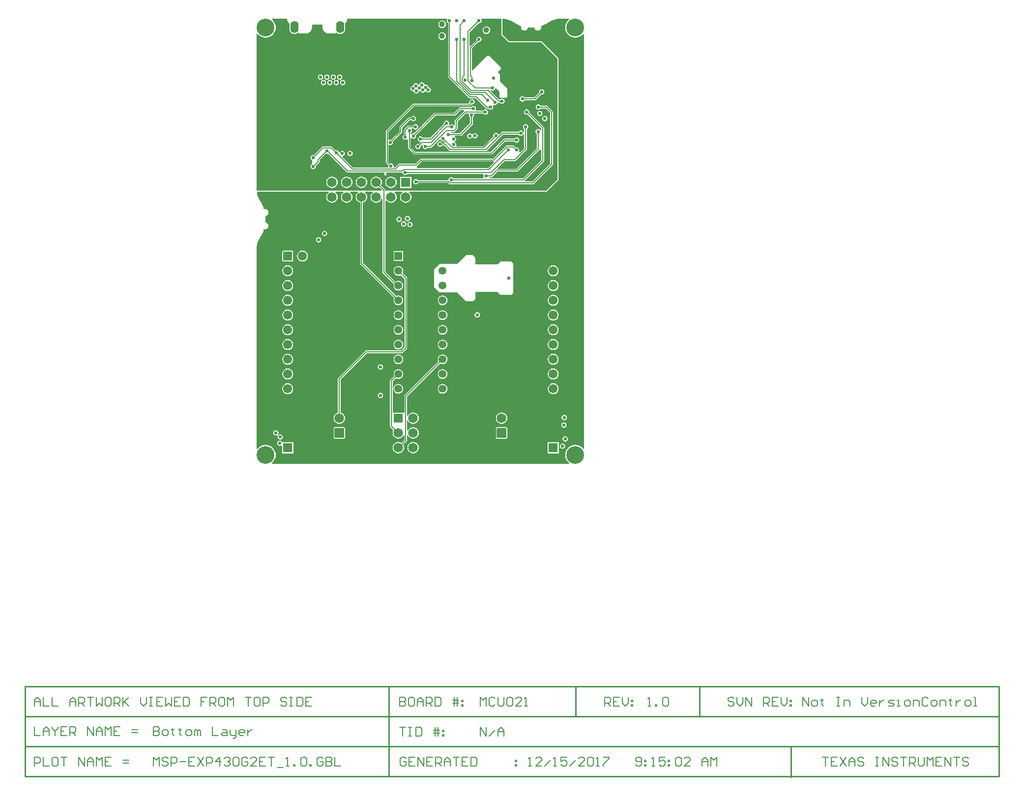
<source format=gbl>
G04 Layer_Physical_Order=4*
G04 Layer_Color=16711680*
%FSAX25Y25*%
%MOIN*%
G70*
G01*
G75*
%ADD51C,0.00630*%
%ADD55C,0.01000*%
%ADD57C,0.00800*%
%ADD58C,0.06496*%
%ADD59R,0.06496X0.06496*%
G04:AMPARAMS|DCode=60|XSize=64.96mil|YSize=64.96mil|CornerRadius=1.95mil|HoleSize=0mil|Usage=FLASHONLY|Rotation=90.000|XOffset=0mil|YOffset=0mil|HoleType=Round|Shape=RoundedRectangle|*
%AMROUNDEDRECTD60*
21,1,0.06496,0.06106,0,0,90.0*
21,1,0.06106,0.06496,0,0,90.0*
1,1,0.00390,0.03053,0.03053*
1,1,0.00390,0.03053,-0.03053*
1,1,0.00390,-0.03053,-0.03053*
1,1,0.00390,-0.03053,0.03053*
%
%ADD60ROUNDEDRECTD60*%
%ADD61C,0.03900*%
%ADD62R,0.06496X0.06496*%
%ADD63C,0.12000*%
G04:AMPARAMS|DCode=64|XSize=82.68mil|YSize=55.12mil|CornerRadius=27.56mil|HoleSize=0mil|Usage=FLASHONLY|Rotation=270.000|XOffset=0mil|YOffset=0mil|HoleType=Round|Shape=RoundedRectangle|*
%AMROUNDEDRECTD64*
21,1,0.08268,0.00000,0,0,270.0*
21,1,0.02756,0.05512,0,0,270.0*
1,1,0.05512,0.00000,-0.01378*
1,1,0.05512,0.00000,0.01378*
1,1,0.05512,0.00000,0.01378*
1,1,0.05512,0.00000,-0.01378*
%
%ADD64ROUNDEDRECTD64*%
%ADD65C,0.05315*%
%ADD66R,0.05315X0.05315*%
%ADD67C,0.11024*%
%ADD68C,0.06102*%
G04:AMPARAMS|DCode=69|XSize=61.02mil|YSize=61.02mil|CornerRadius=1.83mil|HoleSize=0mil|Usage=FLASHONLY|Rotation=270.000|XOffset=0mil|YOffset=0mil|HoleType=Round|Shape=RoundedRectangle|*
%AMROUNDEDRECTD69*
21,1,0.06102,0.05736,0,0,270.0*
21,1,0.05736,0.06102,0,0,270.0*
1,1,0.00366,-0.02868,-0.02868*
1,1,0.00366,-0.02868,0.02868*
1,1,0.00366,0.02868,0.02868*
1,1,0.00366,0.02868,-0.02868*
%
%ADD69ROUNDEDRECTD69*%
%ADD70C,0.01969*%
%ADD71C,0.02362*%
G36*
X0217607Y0554006D02*
X0217742Y0552979D01*
X0218139Y0552021D01*
X0218770Y0551198D01*
X0219351Y0550753D01*
X0219266Y0550549D01*
X0219151Y0549676D01*
Y0546920D01*
X0219266Y0546046D01*
X0219604Y0545232D01*
X0220140Y0544533D01*
X0220839Y0543997D01*
X0221653Y0543659D01*
X0222527Y0543544D01*
X0223400Y0543659D01*
X0224214Y0543997D01*
X0224914Y0544533D01*
X0224928Y0544553D01*
X0225850Y0544171D01*
X0226878Y0544035D01*
X0230578D01*
X0231606Y0544171D01*
X0232563Y0544567D01*
X0233386Y0545198D01*
X0234017Y0546021D01*
X0234414Y0546979D01*
X0234549Y0548006D01*
Y0550035D01*
X0241607D01*
Y0548006D01*
X0241742Y0546979D01*
X0242139Y0546021D01*
X0242770Y0545198D01*
X0243593Y0544567D01*
X0244550Y0544171D01*
X0245578Y0544035D01*
X0249278D01*
X0250306Y0544171D01*
X0251227Y0544553D01*
X0251242Y0544533D01*
X0251941Y0543997D01*
X0252755Y0543659D01*
X0253629Y0543544D01*
X0254503Y0543659D01*
X0255317Y0543997D01*
X0256016Y0544533D01*
X0256552Y0545232D01*
X0256889Y0546046D01*
X0257004Y0546920D01*
Y0549676D01*
X0256889Y0550549D01*
X0256805Y0550753D01*
X0257386Y0551198D01*
X0258017Y0552021D01*
X0258414Y0552979D01*
X0258549Y0554006D01*
X0325906Y0554006D01*
X0326221Y0553416D01*
X0326094Y0553225D01*
X0325957Y0552534D01*
X0326094Y0551843D01*
X0326486Y0551257D01*
X0326840Y0551020D01*
Y0514799D01*
X0326840Y0514799D01*
X0326910Y0514445D01*
X0327110Y0514146D01*
X0340950Y0500306D01*
X0341249Y0500106D01*
X0341603Y0500036D01*
X0341603Y0500036D01*
X0345688D01*
X0352346Y0493377D01*
X0352346Y0493377D01*
X0352646Y0493177D01*
X0352999Y0493107D01*
X0354084D01*
X0354320Y0492753D01*
X0354906Y0492361D01*
X0355598Y0492224D01*
X0356289Y0492361D01*
X0356875Y0492753D01*
X0357266Y0493339D01*
X0357404Y0494030D01*
X0357266Y0494721D01*
X0357312Y0494870D01*
X0357368Y0494893D01*
X0357713Y0495239D01*
X0358061Y0495383D01*
X0358134Y0495558D01*
X0358668Y0495452D01*
X0359360Y0495589D01*
X0359946Y0495981D01*
X0360337Y0496567D01*
X0360392Y0496844D01*
X0360959Y0497136D01*
X0361054Y0497141D01*
X0361346Y0497083D01*
X0361346Y0497083D01*
X0361918D01*
X0362155Y0496729D01*
X0362741Y0496337D01*
X0363432Y0496200D01*
X0364124Y0496337D01*
X0364710Y0496729D01*
X0365101Y0497315D01*
X0365239Y0498006D01*
X0365101Y0498698D01*
X0364710Y0499284D01*
X0364124Y0499675D01*
X0363432Y0499813D01*
X0362741Y0499675D01*
X0362155Y0499284D01*
X0361423Y0499235D01*
X0355601Y0505057D01*
X0355610Y0505226D01*
X0355831Y0505661D01*
X0355844Y0505661D01*
X0356363Y0505314D01*
X0357054Y0505176D01*
X0357746Y0505314D01*
X0358332Y0505705D01*
X0358723Y0506291D01*
X0358788Y0506617D01*
X0359429Y0506812D01*
X0361689Y0504552D01*
Y0501156D01*
X0361876Y0500702D01*
X0362330Y0500515D01*
X0366306D01*
X0366760Y0500702D01*
X0366948Y0501156D01*
Y0506195D01*
X0366760Y0506649D01*
X0366760Y0506649D01*
X0361869Y0511540D01*
Y0516313D01*
X0361681Y0516767D01*
X0361681Y0516767D01*
X0360727Y0517721D01*
Y0517859D01*
X0362508Y0519639D01*
X0362508Y0519639D01*
X0362696Y0520093D01*
Y0520565D01*
X0362508Y0521019D01*
X0362508Y0521019D01*
X0354752Y0528775D01*
X0354298Y0528963D01*
X0354298Y0528963D01*
X0353787D01*
X0353787Y0528963D01*
X0353333Y0528775D01*
X0343433Y0518874D01*
X0342887Y0519100D01*
Y0533754D01*
X0347345Y0538212D01*
X0347763Y0538129D01*
X0348454Y0538267D01*
X0349040Y0538658D01*
X0349432Y0539244D01*
X0349569Y0539935D01*
X0349432Y0540627D01*
X0349040Y0541213D01*
X0348454Y0541604D01*
X0347763Y0541742D01*
X0347072Y0541604D01*
X0346486Y0541213D01*
X0346094Y0540627D01*
X0345957Y0539935D01*
X0346040Y0539518D01*
X0341909Y0535387D01*
X0341363Y0535613D01*
Y0544829D01*
X0347345Y0550811D01*
X0347763Y0550728D01*
X0348454Y0550865D01*
X0349040Y0551257D01*
X0349432Y0551843D01*
X0349569Y0552534D01*
X0349432Y0553225D01*
X0349305Y0553416D01*
X0349620Y0554006D01*
X0363078D01*
Y0543006D01*
X0368039Y0538046D01*
X0390038Y0538046D01*
X0401078Y0527006D01*
X0401078Y0444983D01*
X0393472Y0437376D01*
X0284565Y0437376D01*
X0284198Y0437810D01*
X0284128Y0438163D01*
X0283928Y0438462D01*
X0283928Y0438462D01*
X0281383Y0441008D01*
X0281431Y0441071D01*
X0281818Y0442004D01*
X0281950Y0443006D01*
X0281818Y0444008D01*
X0281431Y0444942D01*
X0280816Y0445744D01*
X0280014Y0446359D01*
X0279080Y0446746D01*
X0278078Y0446878D01*
X0277076Y0446746D01*
X0276142Y0446359D01*
X0275340Y0445744D01*
X0274725Y0444942D01*
X0274338Y0444008D01*
X0274206Y0443006D01*
X0274338Y0442004D01*
X0274725Y0441071D01*
X0275340Y0440269D01*
X0276142Y0439653D01*
X0277076Y0439267D01*
X0278078Y0439135D01*
X0279080Y0439267D01*
X0280014Y0439653D01*
X0280077Y0439702D01*
X0281812Y0437967D01*
X0281567Y0437376D01*
X0197049Y0437376D01*
Y0438006D01*
Y0543639D01*
X0197639Y0543851D01*
X0198218Y0543146D01*
X0199259Y0542291D01*
X0200448Y0541656D01*
X0201737Y0541265D01*
X0203078Y0541133D01*
X0204419Y0541265D01*
X0205708Y0541656D01*
X0206897Y0542291D01*
X0207938Y0543146D01*
X0208793Y0544188D01*
X0209428Y0545376D01*
X0209820Y0546665D01*
X0209952Y0548006D01*
X0209820Y0549347D01*
X0209428Y0550637D01*
X0208793Y0551825D01*
X0207938Y0552867D01*
X0207270Y0553416D01*
X0207481Y0554006D01*
X0217607D01*
D02*
G37*
G36*
X0408922Y0553445D02*
X0408218Y0552867D01*
X0407363Y0551825D01*
X0406728Y0550637D01*
X0406336Y0549347D01*
X0406204Y0548006D01*
X0406336Y0546665D01*
X0406728Y0545376D01*
X0407363Y0544188D01*
X0408218Y0543146D01*
X0409259Y0542291D01*
X0410448Y0541656D01*
X0411737Y0541265D01*
X0413078Y0541133D01*
X0414419Y0541265D01*
X0415708Y0541656D01*
X0416897Y0542291D01*
X0417938Y0543146D01*
X0418516Y0543850D01*
X0419107Y0543639D01*
Y0262374D01*
X0418516Y0262162D01*
X0417938Y0262867D01*
X0416897Y0263722D01*
X0415708Y0264357D01*
X0414419Y0264748D01*
X0413078Y0264880D01*
X0411737Y0264748D01*
X0410448Y0264357D01*
X0409259Y0263722D01*
X0408218Y0262867D01*
X0407363Y0261825D01*
X0406728Y0260637D01*
X0406336Y0259347D01*
X0406204Y0258006D01*
X0406336Y0256665D01*
X0406728Y0255376D01*
X0407363Y0254188D01*
X0408218Y0253146D01*
X0408922Y0252568D01*
X0408711Y0251977D01*
X0207445D01*
X0207234Y0252568D01*
X0207938Y0253146D01*
X0208793Y0254188D01*
X0209428Y0255376D01*
X0209820Y0256665D01*
X0209952Y0258006D01*
X0209820Y0259347D01*
X0209428Y0260637D01*
X0208793Y0261825D01*
X0207938Y0262867D01*
X0206897Y0263722D01*
X0205708Y0264357D01*
X0204419Y0264748D01*
X0203078Y0264880D01*
X0201737Y0264748D01*
X0200448Y0264357D01*
X0199259Y0263722D01*
X0198218Y0262867D01*
X0197639Y0262162D01*
X0197049Y0262374D01*
Y0398006D01*
Y0399043D01*
X0197350Y0401093D01*
X0197945Y0403078D01*
X0198823Y0404955D01*
X0199393Y0405820D01*
X0199425Y0405886D01*
X0199470Y0405943D01*
X0200158Y0407073D01*
X0200246Y0407272D01*
X0200363Y0407456D01*
X0201483Y0409852D01*
X0201570Y0410128D01*
X0201689Y0410392D01*
X0201938Y0411222D01*
X0202700Y0411070D01*
X0203622Y0411254D01*
X0204403Y0411776D01*
X0204925Y0412557D01*
X0205108Y0413479D01*
X0204925Y0414400D01*
X0204403Y0415182D01*
X0203622Y0415704D01*
X0202920Y0415843D01*
X0202959Y0416107D01*
X0202963Y0416397D01*
X0203001Y0416684D01*
X0203001Y0419329D01*
X0202963Y0419616D01*
X0202959Y0419905D01*
X0202920Y0420169D01*
X0203622Y0420309D01*
X0204403Y0420831D01*
X0204925Y0421612D01*
X0205108Y0422534D01*
X0204925Y0423455D01*
X0204403Y0424237D01*
X0203622Y0424759D01*
X0202700Y0424942D01*
X0201938Y0424791D01*
X0201689Y0425620D01*
X0201571Y0425884D01*
X0201483Y0426160D01*
X0200363Y0428557D01*
X0200246Y0428740D01*
X0200158Y0428940D01*
X0199470Y0430070D01*
X0199425Y0430127D01*
X0199393Y0430192D01*
X0198823Y0431057D01*
X0197945Y0432935D01*
X0197350Y0434920D01*
X0197149Y0436290D01*
X0197535Y0436737D01*
X0245664Y0436737D01*
X0245865Y0436147D01*
X0245340Y0435744D01*
X0244725Y0434942D01*
X0244338Y0434009D01*
X0244206Y0433006D01*
X0244338Y0432004D01*
X0244725Y0431071D01*
X0245340Y0430269D01*
X0246142Y0429653D01*
X0247076Y0429267D01*
X0248078Y0429135D01*
X0249080Y0429267D01*
X0250014Y0429653D01*
X0250816Y0430269D01*
X0251431Y0431071D01*
X0251818Y0432004D01*
X0251950Y0433006D01*
X0251818Y0434009D01*
X0251431Y0434942D01*
X0250816Y0435744D01*
X0250291Y0436147D01*
X0250492Y0436737D01*
X0255664D01*
X0255865Y0436147D01*
X0255340Y0435744D01*
X0254725Y0434942D01*
X0254338Y0434009D01*
X0254206Y0433006D01*
X0254338Y0432004D01*
X0254725Y0431071D01*
X0255340Y0430269D01*
X0256142Y0429653D01*
X0257076Y0429267D01*
X0258078Y0429135D01*
X0259080Y0429267D01*
X0260014Y0429653D01*
X0260816Y0430269D01*
X0261431Y0431071D01*
X0261818Y0432004D01*
X0261950Y0433006D01*
X0261818Y0434009D01*
X0261431Y0434942D01*
X0260816Y0435744D01*
X0260291Y0436147D01*
X0260492Y0436737D01*
X0265664D01*
X0265865Y0436147D01*
X0265340Y0435744D01*
X0264725Y0434942D01*
X0264338Y0434009D01*
X0264206Y0433006D01*
X0264338Y0432004D01*
X0264725Y0431071D01*
X0265340Y0430269D01*
X0266142Y0429653D01*
X0267076Y0429267D01*
X0267155Y0429256D01*
Y0388006D01*
X0267155Y0388006D01*
X0267225Y0387653D01*
X0267425Y0387354D01*
X0290210Y0364569D01*
X0289914Y0363854D01*
X0289802Y0363006D01*
X0289914Y0362158D01*
X0290241Y0361368D01*
X0290761Y0360690D01*
X0291440Y0360169D01*
X0292230Y0359842D01*
X0293078Y0359730D01*
X0293926Y0359842D01*
X0294716Y0360169D01*
X0295394Y0360690D01*
X0295915Y0361368D01*
X0296242Y0362158D01*
X0296354Y0363006D01*
X0296242Y0363854D01*
X0295915Y0364644D01*
X0295394Y0365323D01*
X0294716Y0365844D01*
X0293926Y0366171D01*
X0293078Y0366283D01*
X0292230Y0366171D01*
X0291515Y0365875D01*
X0269001Y0388389D01*
Y0429256D01*
X0269080Y0429267D01*
X0270014Y0429653D01*
X0270816Y0430269D01*
X0271431Y0431071D01*
X0271818Y0432004D01*
X0271950Y0433006D01*
X0271818Y0434009D01*
X0271431Y0434942D01*
X0270816Y0435744D01*
X0270291Y0436147D01*
X0270492Y0436737D01*
X0275664D01*
X0275865Y0436147D01*
X0275340Y0435744D01*
X0274725Y0434942D01*
X0274338Y0434009D01*
X0274206Y0433006D01*
X0274338Y0432004D01*
X0274725Y0431071D01*
X0275340Y0430269D01*
X0276142Y0429653D01*
X0277076Y0429267D01*
X0278078Y0429135D01*
X0279080Y0429267D01*
X0280014Y0429653D01*
X0280816Y0430269D01*
X0281431Y0431071D01*
X0281761Y0431867D01*
X0282351Y0431750D01*
Y0381943D01*
X0282351Y0381943D01*
X0282422Y0381590D01*
X0282622Y0381291D01*
X0289956Y0373956D01*
X0289914Y0373854D01*
X0289802Y0373006D01*
X0289914Y0372159D01*
X0290241Y0371368D01*
X0290761Y0370690D01*
X0291440Y0370169D01*
X0292230Y0369842D01*
X0293078Y0369730D01*
X0293926Y0369842D01*
X0294716Y0370169D01*
X0295394Y0370690D01*
X0295915Y0371368D01*
X0296242Y0372159D01*
X0296354Y0373006D01*
X0296242Y0373854D01*
X0295915Y0374644D01*
X0295394Y0375323D01*
X0294716Y0375844D01*
X0293926Y0376171D01*
X0293078Y0376283D01*
X0292230Y0376171D01*
X0291440Y0375844D01*
X0291010Y0375514D01*
X0284198Y0382326D01*
Y0430826D01*
X0284481Y0430957D01*
X0284789Y0430988D01*
X0285340Y0430269D01*
X0286142Y0429653D01*
X0287076Y0429267D01*
X0288078Y0429135D01*
X0289080Y0429267D01*
X0290014Y0429653D01*
X0290816Y0430269D01*
X0291431Y0431071D01*
X0291818Y0432004D01*
X0291950Y0433006D01*
X0291818Y0434009D01*
X0291431Y0434942D01*
X0290816Y0435744D01*
X0290291Y0436147D01*
X0290492Y0436737D01*
X0295664D01*
X0295865Y0436147D01*
X0295340Y0435744D01*
X0294725Y0434942D01*
X0294338Y0434009D01*
X0294206Y0433006D01*
X0294338Y0432004D01*
X0294725Y0431071D01*
X0295340Y0430269D01*
X0296142Y0429653D01*
X0297076Y0429267D01*
X0298078Y0429135D01*
X0299080Y0429267D01*
X0300014Y0429653D01*
X0300816Y0430269D01*
X0301431Y0431071D01*
X0301818Y0432004D01*
X0301950Y0433006D01*
X0301818Y0434009D01*
X0301431Y0434942D01*
X0300816Y0435744D01*
X0300291Y0436147D01*
X0300492Y0436737D01*
X0393472Y0436737D01*
X0393924Y0436924D01*
X0401530Y0444531D01*
X0401717Y0444983D01*
X0401717Y0527006D01*
X0401530Y0527458D01*
X0390491Y0538498D01*
X0390038Y0538685D01*
X0368303Y0538685D01*
X0367657Y0539331D01*
X0367584Y0539441D01*
X0367474Y0539514D01*
X0363717Y0543271D01*
Y0553637D01*
X0364307Y0554007D01*
X0366165Y0553734D01*
X0368149Y0553139D01*
X0370027Y0552261D01*
X0370892Y0551691D01*
X0370958Y0551659D01*
X0371014Y0551614D01*
X0372145Y0550926D01*
X0372344Y0550838D01*
X0372527Y0550721D01*
X0374924Y0549601D01*
X0375200Y0549514D01*
X0375464Y0549395D01*
X0376293Y0549146D01*
X0376142Y0548384D01*
X0376325Y0547463D01*
X0376847Y0546681D01*
X0377629Y0546159D01*
X0378550Y0545976D01*
X0379472Y0546159D01*
X0380254Y0546681D01*
X0380776Y0547463D01*
X0380915Y0548164D01*
X0381179Y0548126D01*
X0381468Y0548121D01*
X0381755Y0548083D01*
X0384400Y0548083D01*
X0384687Y0548121D01*
X0384977Y0548126D01*
X0385241Y0548164D01*
X0385381Y0547463D01*
X0385903Y0546681D01*
X0386684Y0546159D01*
X0387606Y0545976D01*
X0388527Y0546159D01*
X0389309Y0546681D01*
X0389831Y0547463D01*
X0390014Y0548384D01*
X0389862Y0549146D01*
X0390692Y0549395D01*
X0390956Y0549514D01*
X0391232Y0549601D01*
X0393628Y0550721D01*
X0393812Y0550838D01*
X0394011Y0550926D01*
X0395142Y0551614D01*
X0395198Y0551659D01*
X0395264Y0551691D01*
X0396129Y0552261D01*
X0398006Y0553139D01*
X0399991Y0553734D01*
X0402042Y0554035D01*
X0408711D01*
X0408922Y0553445D01*
D02*
G37*
%LPC*%
G36*
X0388944Y0491506D02*
X0388253Y0491368D01*
X0387667Y0490976D01*
X0387275Y0490390D01*
X0387138Y0489699D01*
X0387275Y0489008D01*
X0387667Y0488422D01*
X0388253Y0488030D01*
X0388944Y0487893D01*
X0389635Y0488030D01*
X0390221Y0488422D01*
X0390613Y0489008D01*
X0390751Y0489699D01*
X0390613Y0490390D01*
X0390221Y0490976D01*
X0389635Y0491368D01*
X0388944Y0491506D01*
D02*
G37*
G36*
X0392448Y0488002D02*
X0391757Y0487864D01*
X0391171Y0487472D01*
X0390779Y0486887D01*
X0390642Y0486195D01*
X0390779Y0485504D01*
X0391171Y0484918D01*
X0391757Y0484526D01*
X0392448Y0484389D01*
X0393140Y0484526D01*
X0393725Y0484918D01*
X0394117Y0485504D01*
X0394255Y0486195D01*
X0394117Y0486887D01*
X0393725Y0487472D01*
X0393140Y0487864D01*
X0392448Y0488002D01*
D02*
G37*
G36*
X0390322Y0506151D02*
X0389631Y0506014D01*
X0389045Y0505622D01*
X0388653Y0505036D01*
X0388516Y0504345D01*
X0388599Y0503927D01*
X0385215Y0500544D01*
X0378650D01*
X0378413Y0500898D01*
X0377827Y0501289D01*
X0377136Y0501427D01*
X0376445Y0501289D01*
X0375859Y0500898D01*
X0375467Y0500312D01*
X0375329Y0499620D01*
X0375467Y0498929D01*
X0375859Y0498343D01*
X0376445Y0497952D01*
X0377136Y0497814D01*
X0377827Y0497952D01*
X0378413Y0498343D01*
X0378650Y0498697D01*
X0385598D01*
X0385598Y0498697D01*
X0385951Y0498767D01*
X0386250Y0498968D01*
X0389904Y0502622D01*
X0390322Y0502538D01*
X0391013Y0502676D01*
X0391599Y0503067D01*
X0391991Y0503653D01*
X0392128Y0504345D01*
X0391991Y0505036D01*
X0391599Y0505622D01*
X0391013Y0506014D01*
X0390322Y0506151D01*
D02*
G37*
G36*
X0343078Y0499419D02*
X0342387Y0499282D01*
X0341801Y0498890D01*
X0341409Y0498304D01*
X0341272Y0497613D01*
X0341355Y0497195D01*
X0340550Y0496390D01*
X0303296D01*
X0303296Y0496390D01*
X0302943Y0496320D01*
X0302643Y0496120D01*
X0284827Y0478303D01*
X0284627Y0478003D01*
X0284556Y0477650D01*
X0284556Y0477650D01*
Y0456747D01*
X0284556Y0456747D01*
X0284627Y0456393D01*
X0284827Y0456094D01*
X0286394Y0454526D01*
X0286311Y0454109D01*
X0286425Y0453536D01*
X0286108Y0452945D01*
X0262279D01*
X0255058Y0460166D01*
X0255061Y0460218D01*
X0255291Y0460768D01*
X0255777Y0460865D01*
X0256363Y0461257D01*
X0256755Y0461843D01*
X0256892Y0462534D01*
X0256755Y0463225D01*
X0256363Y0463811D01*
X0255777Y0464203D01*
X0255086Y0464340D01*
X0254395Y0464203D01*
X0253808Y0463811D01*
X0253469Y0463303D01*
X0253296Y0463198D01*
X0252787Y0463083D01*
X0252726Y0463130D01*
X0252621Y0463658D01*
X0252229Y0464244D01*
X0251643Y0464635D01*
X0250952Y0464773D01*
X0250534Y0464690D01*
X0248229Y0466995D01*
X0247930Y0467195D01*
X0247576Y0467265D01*
X0247576Y0467265D01*
X0242083D01*
X0242083Y0467265D01*
X0241730Y0467195D01*
X0241430Y0466995D01*
X0241430Y0466995D01*
X0235779Y0461344D01*
X0235362Y0461427D01*
X0234670Y0461290D01*
X0234084Y0460898D01*
X0233693Y0460312D01*
X0233555Y0459621D01*
X0233693Y0458929D01*
X0234084Y0458343D01*
X0234670Y0457952D01*
X0234731Y0457839D01*
X0234720Y0457814D01*
Y0455521D01*
X0234731Y0455497D01*
X0234670Y0455384D01*
X0234084Y0454992D01*
X0233693Y0454406D01*
X0233555Y0453715D01*
X0233693Y0453024D01*
X0234084Y0452438D01*
X0234670Y0452046D01*
X0235362Y0451909D01*
X0236053Y0452046D01*
X0236639Y0452438D01*
X0237030Y0453024D01*
X0237168Y0453715D01*
X0237085Y0454133D01*
X0239361Y0456409D01*
X0239361Y0456409D01*
X0239561Y0456708D01*
X0239631Y0457061D01*
X0239631Y0457061D01*
Y0458036D01*
X0244127Y0462532D01*
X0244545Y0462449D01*
X0245236Y0462586D01*
X0245392Y0462691D01*
X0258065Y0450018D01*
X0258365Y0449818D01*
X0258718Y0449748D01*
X0258718Y0449748D01*
X0283690D01*
X0283697Y0449739D01*
Y0448181D01*
X0283884Y0447728D01*
X0284338Y0447540D01*
X0284791Y0447728D01*
X0284979Y0448181D01*
Y0449739D01*
X0284985Y0449748D01*
X0295371D01*
X0295721Y0449742D01*
X0296034Y0449209D01*
X0296067Y0449047D01*
X0296458Y0448461D01*
X0297044Y0448070D01*
X0297735Y0447932D01*
X0298427Y0448070D01*
X0299013Y0448461D01*
X0299249Y0448815D01*
X0350752D01*
X0351068Y0448225D01*
X0350858Y0447910D01*
X0350720Y0447219D01*
X0350858Y0446528D01*
X0351029Y0446272D01*
X0350713Y0445681D01*
X0330419D01*
X0330182Y0446036D01*
X0329596Y0446427D01*
X0328905Y0446565D01*
X0328214Y0446427D01*
X0327627Y0446036D01*
X0327236Y0445449D01*
X0327098Y0444758D01*
X0326806Y0444402D01*
X0306403D01*
X0306166Y0444756D01*
X0305580Y0445148D01*
X0304889Y0445285D01*
X0304198Y0445148D01*
X0303612Y0444756D01*
X0303220Y0444170D01*
X0303083Y0443479D01*
X0303220Y0442788D01*
X0303612Y0442202D01*
X0304198Y0441810D01*
X0304889Y0441672D01*
X0305580Y0441810D01*
X0306166Y0442202D01*
X0306403Y0442556D01*
X0326851D01*
X0327388Y0442019D01*
X0327388Y0442019D01*
X0327687Y0441819D01*
X0328040Y0441748D01*
X0384220D01*
X0384220Y0441748D01*
X0384573Y0441819D01*
X0384873Y0442019D01*
X0397589Y0454735D01*
X0397589Y0454735D01*
X0397789Y0455035D01*
X0397860Y0455388D01*
X0397860Y0455388D01*
Y0490605D01*
X0397789Y0490958D01*
X0397589Y0491257D01*
X0397589Y0491257D01*
X0394125Y0494722D01*
X0393825Y0494922D01*
X0393472Y0494993D01*
X0393472Y0494992D01*
X0389474D01*
X0389237Y0495347D01*
X0388651Y0495738D01*
X0387960Y0495876D01*
X0387269Y0495738D01*
X0386683Y0495347D01*
X0386291Y0494761D01*
X0386154Y0494069D01*
X0386291Y0493378D01*
X0386683Y0492792D01*
X0387269Y0492400D01*
X0387960Y0492263D01*
X0388651Y0492400D01*
X0389237Y0492792D01*
X0389474Y0493146D01*
X0393089D01*
X0396013Y0490222D01*
Y0455771D01*
X0383837Y0443595D01*
X0379008D01*
X0378851Y0443863D01*
X0378789Y0444185D01*
X0391684Y0457080D01*
X0391884Y0457379D01*
X0391954Y0457733D01*
Y0479880D01*
X0391884Y0480234D01*
X0391684Y0480533D01*
X0391684Y0480533D01*
X0381826Y0490391D01*
X0381892Y0490723D01*
X0381755Y0491414D01*
X0381363Y0492000D01*
X0380777Y0492392D01*
X0380086Y0492529D01*
X0379395Y0492392D01*
X0378808Y0492000D01*
X0378417Y0491414D01*
X0378279Y0490723D01*
X0378417Y0490032D01*
X0378808Y0489446D01*
X0379395Y0489054D01*
X0380086Y0488916D01*
X0380589Y0489016D01*
X0390107Y0479498D01*
Y0478429D01*
X0389517Y0478318D01*
X0389206Y0478784D01*
X0388620Y0479175D01*
X0387928Y0479313D01*
X0387237Y0479175D01*
X0386651Y0478784D01*
X0386260Y0478198D01*
X0386122Y0477506D01*
X0386260Y0476815D01*
X0386651Y0476229D01*
X0387005Y0475992D01*
Y0465914D01*
X0373249Y0452158D01*
X0360434D01*
X0360189Y0452748D01*
X0364882Y0457441D01*
X0372046D01*
X0372046Y0457441D01*
X0372400Y0457512D01*
X0372699Y0457712D01*
X0380022Y0465035D01*
X0380222Y0465334D01*
X0380293Y0465687D01*
X0380293Y0465688D01*
Y0479122D01*
X0380647Y0479359D01*
X0381038Y0479945D01*
X0381176Y0480636D01*
X0381038Y0481327D01*
X0380647Y0481914D01*
X0380061Y0482305D01*
X0379369Y0482443D01*
X0378678Y0482305D01*
X0378092Y0481914D01*
X0377700Y0481327D01*
X0377563Y0480636D01*
X0377700Y0479945D01*
X0378092Y0479359D01*
X0378446Y0479122D01*
Y0476999D01*
X0377855Y0476941D01*
X0377826Y0477091D01*
X0377434Y0477677D01*
X0376848Y0478069D01*
X0376157Y0478206D01*
X0375465Y0478069D01*
X0374879Y0477677D01*
X0374643Y0477323D01*
X0363793D01*
X0363439Y0477253D01*
X0363140Y0477053D01*
X0363140Y0477053D01*
X0361463Y0475376D01*
X0360821Y0475570D01*
X0360497Y0476055D01*
X0359911Y0476447D01*
X0359220Y0476584D01*
X0358528Y0476447D01*
X0357942Y0476055D01*
X0357551Y0475469D01*
X0357413Y0474778D01*
X0357496Y0474360D01*
X0350648Y0467512D01*
X0332489D01*
X0332172Y0468103D01*
X0332286Y0468676D01*
X0332148Y0469367D01*
X0331757Y0469953D01*
X0331361Y0470218D01*
X0331348Y0470252D01*
Y0470839D01*
X0331361Y0470874D01*
X0331757Y0471138D01*
X0332148Y0471725D01*
X0332286Y0472416D01*
X0332148Y0473107D01*
X0331757Y0473693D01*
X0331338Y0473973D01*
X0331517Y0474563D01*
X0335360D01*
X0335360Y0474563D01*
X0335713Y0474634D01*
X0336012Y0474834D01*
X0343337Y0482158D01*
X0343537Y0482458D01*
X0343607Y0482811D01*
X0343607Y0482811D01*
Y0487043D01*
X0343961Y0487280D01*
X0344353Y0487866D01*
X0344490Y0488557D01*
X0344353Y0489248D01*
X0344353Y0489248D01*
X0344668Y0489839D01*
X0350619D01*
X0350856Y0489485D01*
X0351442Y0489093D01*
X0352133Y0488956D01*
X0352824Y0489093D01*
X0353410Y0489485D01*
X0353802Y0490071D01*
X0353939Y0490762D01*
X0353802Y0491454D01*
X0353410Y0492039D01*
X0352824Y0492431D01*
X0352133Y0492569D01*
X0351442Y0492431D01*
X0350856Y0492039D01*
X0350619Y0491685D01*
X0345806D01*
X0345557Y0492150D01*
X0345557Y0492276D01*
X0345688Y0492932D01*
X0345550Y0493623D01*
X0345158Y0494209D01*
X0344572Y0494600D01*
X0343881Y0494738D01*
X0343190Y0494600D01*
X0342604Y0494209D01*
X0342367Y0493855D01*
X0334995D01*
X0334995Y0493855D01*
X0334642Y0493785D01*
X0334342Y0493584D01*
X0330908Y0490150D01*
X0318043D01*
X0317690Y0490080D01*
X0317390Y0489880D01*
X0317390Y0489880D01*
X0303637Y0476126D01*
X0303314Y0476191D01*
X0302623Y0476053D01*
X0302037Y0475662D01*
X0301993Y0475596D01*
X0301403Y0475775D01*
Y0476532D01*
X0301757Y0476768D01*
X0302148Y0477354D01*
X0302286Y0478046D01*
X0302148Y0478737D01*
X0301925Y0479071D01*
X0302232Y0479662D01*
X0303178D01*
X0303415Y0479308D01*
X0304001Y0478916D01*
X0304692Y0478779D01*
X0305383Y0478916D01*
X0305969Y0479308D01*
X0306361Y0479894D01*
X0306499Y0480585D01*
X0306361Y0481276D01*
X0305969Y0481862D01*
X0305383Y0482254D01*
X0304692Y0482391D01*
X0304001Y0482254D01*
X0303415Y0481862D01*
X0303178Y0481508D01*
X0299987D01*
X0299987Y0481508D01*
X0299634Y0481438D01*
X0299335Y0481238D01*
X0299335Y0481238D01*
X0297146Y0479049D01*
X0296945Y0478749D01*
X0296875Y0478396D01*
X0296875Y0478396D01*
Y0475205D01*
X0296521Y0474969D01*
X0296130Y0474383D01*
X0295992Y0473691D01*
X0296130Y0473000D01*
X0296521Y0472414D01*
X0297107Y0472022D01*
X0297798Y0471885D01*
X0298490Y0472022D01*
X0298966Y0472340D01*
X0299364Y0472213D01*
X0299556Y0472079D01*
Y0466668D01*
X0299556Y0466668D01*
X0299626Y0466314D01*
X0299827Y0466015D01*
X0303646Y0462196D01*
X0303945Y0461996D01*
X0304298Y0461926D01*
X0304298Y0461926D01*
X0356204D01*
X0356204Y0461926D01*
X0356557Y0461996D01*
X0356857Y0462196D01*
X0365366Y0470705D01*
X0371684D01*
X0371920Y0470351D01*
X0372506Y0469959D01*
X0373198Y0469822D01*
X0373889Y0469959D01*
X0374475Y0470351D01*
X0374867Y0470937D01*
X0375004Y0471628D01*
X0374867Y0472320D01*
X0374475Y0472906D01*
X0373889Y0473297D01*
X0373198Y0473435D01*
X0372506Y0473297D01*
X0371920Y0472906D01*
X0371684Y0472552D01*
X0364984D01*
X0364983Y0472552D01*
X0364630Y0472481D01*
X0364331Y0472281D01*
X0364331Y0472281D01*
X0355821Y0463772D01*
X0304681D01*
X0301403Y0467050D01*
Y0472993D01*
X0301993Y0473172D01*
X0302037Y0473107D01*
X0302623Y0472715D01*
X0303314Y0472578D01*
X0304005Y0472715D01*
X0304591Y0473107D01*
X0304983Y0473693D01*
X0305120Y0474384D01*
X0305019Y0474896D01*
X0318426Y0488304D01*
X0331291D01*
X0331291Y0488304D01*
X0331644Y0488374D01*
X0331943Y0488574D01*
X0335378Y0492008D01*
X0337526D01*
X0337705Y0491418D01*
X0337701Y0491415D01*
X0337701Y0491415D01*
X0331562Y0485276D01*
X0331362Y0484977D01*
X0331292Y0484624D01*
X0331292Y0484623D01*
Y0481834D01*
X0330701Y0481655D01*
X0330576Y0481843D01*
X0329990Y0482234D01*
X0329298Y0482372D01*
X0328607Y0482234D01*
X0328021Y0481843D01*
X0327970Y0481767D01*
X0327690Y0481788D01*
X0327391Y0482404D01*
X0327424Y0482453D01*
X0327561Y0483144D01*
X0327424Y0483835D01*
X0327032Y0484421D01*
X0326446Y0484813D01*
X0325755Y0484950D01*
X0325064Y0484813D01*
X0324478Y0484421D01*
X0324086Y0483835D01*
X0323949Y0483144D01*
X0324067Y0482550D01*
X0314872Y0473355D01*
X0309592D01*
X0309355Y0473709D01*
X0308769Y0474100D01*
X0308078Y0474238D01*
X0307387Y0474100D01*
X0306801Y0473709D01*
X0306409Y0473123D01*
X0306272Y0472432D01*
X0306409Y0471740D01*
X0306801Y0471154D01*
X0307387Y0470763D01*
X0307656Y0470709D01*
X0307850Y0470068D01*
X0306881Y0469100D01*
X0306464Y0469183D01*
X0305772Y0469045D01*
X0305187Y0468654D01*
X0304795Y0468068D01*
X0304657Y0467376D01*
X0304795Y0466685D01*
X0305187Y0466099D01*
X0305772Y0465707D01*
X0306464Y0465570D01*
X0307155Y0465707D01*
X0307741Y0466099D01*
X0308133Y0466685D01*
X0308270Y0467376D01*
X0308187Y0467794D01*
X0309172Y0468779D01*
X0309364Y0468810D01*
X0309440Y0468785D01*
X0309684Y0468088D01*
X0309618Y0467989D01*
X0309480Y0467298D01*
X0309618Y0466606D01*
X0310009Y0466020D01*
X0310595Y0465629D01*
X0311287Y0465491D01*
X0311978Y0465629D01*
X0312564Y0466020D01*
X0312801Y0466374D01*
X0314930D01*
X0314930Y0466374D01*
X0315283Y0466445D01*
X0315583Y0466645D01*
X0321149Y0472211D01*
X0321791Y0472018D01*
X0322116Y0471532D01*
X0322702Y0471141D01*
X0323393Y0471003D01*
X0323812Y0471087D01*
X0324512Y0470386D01*
X0324268Y0469796D01*
X0322938D01*
X0322702Y0470150D01*
X0322116Y0470541D01*
X0321424Y0470679D01*
X0320733Y0470541D01*
X0320147Y0470150D01*
X0319756Y0469564D01*
X0319618Y0468872D01*
X0319756Y0468181D01*
X0320147Y0467595D01*
X0320733Y0467204D01*
X0321424Y0467066D01*
X0322116Y0467204D01*
X0322702Y0467595D01*
X0322938Y0467949D01*
X0324150D01*
X0327384Y0464716D01*
X0327384Y0464716D01*
X0327684Y0464515D01*
X0328037Y0464445D01*
X0328037Y0464445D01*
X0352761D01*
X0352761Y0464445D01*
X0353115Y0464515D01*
X0353414Y0464716D01*
X0364175Y0475477D01*
X0374643D01*
X0374879Y0475123D01*
X0375465Y0474731D01*
X0376157Y0474594D01*
X0376848Y0474731D01*
X0377434Y0475123D01*
X0377826Y0475709D01*
X0377855Y0475859D01*
X0378446Y0475801D01*
Y0466070D01*
X0375581Y0463205D01*
X0375080Y0463539D01*
X0375154Y0463717D01*
X0374966Y0464171D01*
X0374829Y0464228D01*
X0374806Y0464303D01*
X0374943Y0464994D01*
X0374806Y0465686D01*
X0374414Y0466272D01*
X0373828Y0466663D01*
X0373137Y0466801D01*
X0372719Y0466718D01*
X0371703Y0467734D01*
X0371404Y0467934D01*
X0371050Y0468004D01*
X0371050Y0468004D01*
X0366655D01*
X0366655Y0468004D01*
X0366301Y0467934D01*
X0366002Y0467734D01*
X0357315Y0459048D01*
X0308505D01*
X0308152Y0458977D01*
X0307852Y0458777D01*
X0307852Y0458777D01*
X0304670Y0455595D01*
X0293724D01*
X0293724Y0455595D01*
X0293370Y0455525D01*
X0293071Y0455325D01*
X0293071Y0455325D01*
X0290692Y0452945D01*
X0290127D01*
X0289810Y0453536D01*
X0289924Y0454109D01*
X0289786Y0454800D01*
X0289395Y0455386D01*
X0288809Y0455778D01*
X0288117Y0455915D01*
X0287700Y0455832D01*
X0286403Y0457129D01*
Y0468044D01*
X0286993Y0468361D01*
X0287566Y0468247D01*
X0288257Y0468385D01*
X0288843Y0468776D01*
X0289235Y0469362D01*
X0289372Y0470053D01*
X0289289Y0470471D01*
X0295384Y0476566D01*
X0295384Y0476566D01*
X0295585Y0476866D01*
X0295655Y0477219D01*
X0295655Y0477219D01*
Y0479986D01*
X0300941Y0485272D01*
X0301800D01*
X0302037Y0484918D01*
X0302623Y0484526D01*
X0303314Y0484389D01*
X0304005Y0484526D01*
X0304591Y0484918D01*
X0304983Y0485504D01*
X0305120Y0486195D01*
X0304983Y0486887D01*
X0304591Y0487473D01*
X0304005Y0487864D01*
X0303314Y0488002D01*
X0302623Y0487864D01*
X0302037Y0487473D01*
X0301800Y0487118D01*
X0300558D01*
X0300205Y0487048D01*
X0299905Y0486848D01*
X0294079Y0481021D01*
X0293879Y0480722D01*
X0293808Y0480369D01*
X0293808Y0480369D01*
Y0477601D01*
X0287984Y0471777D01*
X0287566Y0471860D01*
X0286993Y0471746D01*
X0286403Y0472063D01*
Y0477268D01*
X0303679Y0494544D01*
X0340932D01*
X0340932Y0494544D01*
X0341286Y0494614D01*
X0341585Y0494814D01*
X0342660Y0495889D01*
X0343078Y0495806D01*
X0343769Y0495944D01*
X0344355Y0496335D01*
X0344747Y0496921D01*
X0344884Y0497613D01*
X0344747Y0498304D01*
X0344355Y0498890D01*
X0343769Y0499282D01*
X0343078Y0499419D01*
D02*
G37*
G36*
X0322763Y0544825D02*
X0321772Y0544628D01*
X0320931Y0544066D01*
X0320370Y0543226D01*
X0320173Y0542235D01*
X0320370Y0541243D01*
X0320931Y0540403D01*
X0321772Y0539842D01*
X0322763Y0539644D01*
X0323754Y0539842D01*
X0324595Y0540403D01*
X0325156Y0541243D01*
X0325353Y0542235D01*
X0325156Y0543226D01*
X0324595Y0544066D01*
X0323754Y0544628D01*
X0322763Y0544825D01*
D02*
G37*
G36*
X0352763Y0548825D02*
X0351772Y0548628D01*
X0350931Y0548066D01*
X0350370Y0547226D01*
X0350173Y0546235D01*
X0350370Y0545243D01*
X0350931Y0544403D01*
X0351772Y0543842D01*
X0352763Y0543644D01*
X0353754Y0543842D01*
X0354595Y0544403D01*
X0355156Y0545243D01*
X0355353Y0546235D01*
X0355156Y0547226D01*
X0354595Y0548066D01*
X0353754Y0548628D01*
X0352763Y0548825D01*
D02*
G37*
G36*
X0322763Y0552825D02*
X0321772Y0552628D01*
X0320931Y0552066D01*
X0320370Y0551226D01*
X0320173Y0550235D01*
X0320370Y0549243D01*
X0320931Y0548403D01*
X0321772Y0547842D01*
X0322763Y0547644D01*
X0323754Y0547842D01*
X0324595Y0548403D01*
X0325156Y0549243D01*
X0325353Y0550235D01*
X0325156Y0551226D01*
X0324595Y0552066D01*
X0323754Y0552628D01*
X0322763Y0552825D01*
D02*
G37*
G36*
X0345086Y0476348D02*
X0344395Y0476211D01*
X0343809Y0475819D01*
X0343636Y0475562D01*
X0342926D01*
X0342780Y0475780D01*
X0342194Y0476171D01*
X0341503Y0476309D01*
X0340812Y0476171D01*
X0340226Y0475780D01*
X0339834Y0475194D01*
X0339697Y0474502D01*
X0339834Y0473811D01*
X0340226Y0473225D01*
X0340812Y0472833D01*
X0341503Y0472696D01*
X0342194Y0472833D01*
X0342780Y0473225D01*
X0342952Y0473483D01*
X0343663D01*
X0343809Y0473264D01*
X0344395Y0472873D01*
X0345086Y0472735D01*
X0345777Y0472873D01*
X0346363Y0473264D01*
X0346755Y0473850D01*
X0346892Y0474542D01*
X0346755Y0475233D01*
X0346363Y0475819D01*
X0345777Y0476211D01*
X0345086Y0476348D01*
D02*
G37*
G36*
X0260401Y0464340D02*
X0259710Y0464203D01*
X0259124Y0463811D01*
X0258732Y0463225D01*
X0258594Y0462534D01*
X0258732Y0461843D01*
X0259124Y0461257D01*
X0259710Y0460865D01*
X0260401Y0460728D01*
X0261092Y0460865D01*
X0261678Y0461257D01*
X0262070Y0461843D01*
X0262207Y0462534D01*
X0262070Y0463225D01*
X0261678Y0463811D01*
X0261092Y0464203D01*
X0260401Y0464340D01*
D02*
G37*
G36*
X0244653Y0516151D02*
X0243962Y0516014D01*
X0243375Y0515622D01*
X0242984Y0515036D01*
X0242846Y0514345D01*
X0242984Y0513654D01*
X0243375Y0513068D01*
X0243962Y0512676D01*
X0244653Y0512538D01*
X0245344Y0512676D01*
X0245930Y0513068D01*
X0246322Y0513654D01*
X0246459Y0514345D01*
X0246322Y0515036D01*
X0245930Y0515622D01*
X0245344Y0516014D01*
X0244653Y0516151D01*
D02*
G37*
G36*
X0240322D02*
X0239631Y0516014D01*
X0239045Y0515622D01*
X0238653Y0515036D01*
X0238516Y0514345D01*
X0238653Y0513654D01*
X0239045Y0513068D01*
X0239631Y0512676D01*
X0240322Y0512538D01*
X0241013Y0512676D01*
X0241599Y0513068D01*
X0241991Y0513654D01*
X0242128Y0514345D01*
X0241991Y0515036D01*
X0241599Y0515622D01*
X0241013Y0516014D01*
X0240322Y0516151D01*
D02*
G37*
G36*
X0253314D02*
X0252623Y0516014D01*
X0252037Y0515622D01*
X0251645Y0515036D01*
X0251508Y0514345D01*
X0251645Y0513654D01*
X0252037Y0513068D01*
X0252623Y0512676D01*
X0253314Y0512538D01*
X0254005Y0512676D01*
X0254591Y0513068D01*
X0254983Y0513654D01*
X0255120Y0514345D01*
X0254983Y0515036D01*
X0254591Y0515622D01*
X0254005Y0516014D01*
X0253314Y0516151D01*
D02*
G37*
G36*
X0248984D02*
X0248292Y0516014D01*
X0247706Y0515622D01*
X0247315Y0515036D01*
X0247177Y0514345D01*
X0247315Y0513654D01*
X0247706Y0513068D01*
X0248292Y0512676D01*
X0248984Y0512538D01*
X0249675Y0512676D01*
X0250261Y0513068D01*
X0250652Y0513654D01*
X0250790Y0514345D01*
X0250652Y0515036D01*
X0250261Y0515622D01*
X0249675Y0516014D01*
X0248984Y0516151D01*
D02*
G37*
G36*
X0309023Y0510954D02*
X0308332Y0510817D01*
X0307746Y0510425D01*
X0307354Y0509839D01*
X0307240Y0509268D01*
X0306808Y0509163D01*
X0306658Y0509157D01*
X0306284Y0509717D01*
X0305698Y0510108D01*
X0305007Y0510246D01*
X0304316Y0510108D01*
X0303730Y0509717D01*
X0303338Y0509131D01*
X0303304Y0508960D01*
X0303078Y0508435D01*
X0302387Y0508297D01*
X0301801Y0507906D01*
X0301409Y0507320D01*
X0301272Y0506628D01*
X0301409Y0505937D01*
X0301801Y0505351D01*
X0302387Y0504959D01*
X0303078Y0504822D01*
X0303611Y0504928D01*
X0303732Y0504323D01*
X0304123Y0503737D01*
X0304710Y0503345D01*
X0305401Y0503208D01*
X0306092Y0503345D01*
X0306678Y0503737D01*
X0307070Y0504323D01*
X0307123Y0504591D01*
X0307637Y0505032D01*
X0307984Y0504953D01*
X0308376Y0504367D01*
X0308962Y0503975D01*
X0309653Y0503838D01*
X0310344Y0503975D01*
X0310930Y0504367D01*
X0311208Y0504783D01*
X0311213Y0504785D01*
X0311796Y0504804D01*
X0311864Y0504783D01*
X0312116Y0504406D01*
X0312702Y0504015D01*
X0313393Y0503877D01*
X0314084Y0504015D01*
X0314670Y0504406D01*
X0315062Y0504992D01*
X0315199Y0505684D01*
X0315062Y0506375D01*
X0314670Y0506961D01*
X0314084Y0507352D01*
X0313393Y0507490D01*
X0313336Y0507479D01*
X0313211Y0508107D01*
X0312820Y0508693D01*
X0312234Y0509085D01*
X0311543Y0509222D01*
X0311377Y0509189D01*
X0310837Y0509149D01*
X0310736Y0509618D01*
X0310692Y0509839D01*
X0310300Y0510425D01*
X0309714Y0510817D01*
X0309023Y0510954D01*
D02*
G37*
G36*
X0246621Y0512411D02*
X0245930Y0512274D01*
X0245344Y0511882D01*
X0244952Y0511296D01*
X0244815Y0510605D01*
X0244952Y0509913D01*
X0245344Y0509327D01*
X0245930Y0508936D01*
X0246621Y0508798D01*
X0247312Y0508936D01*
X0247899Y0509327D01*
X0248290Y0509913D01*
X0248428Y0510605D01*
X0248290Y0511296D01*
X0247899Y0511882D01*
X0247312Y0512274D01*
X0246621Y0512411D01*
D02*
G37*
G36*
X0242290D02*
X0241599Y0512274D01*
X0241013Y0511882D01*
X0240622Y0511296D01*
X0240484Y0510605D01*
X0240622Y0509913D01*
X0241013Y0509327D01*
X0241599Y0508936D01*
X0242290Y0508798D01*
X0242982Y0508936D01*
X0243568Y0509327D01*
X0243959Y0509913D01*
X0244097Y0510605D01*
X0243959Y0511296D01*
X0243568Y0511882D01*
X0242982Y0512274D01*
X0242290Y0512411D01*
D02*
G37*
G36*
X0255283D02*
X0254591Y0512274D01*
X0254005Y0511882D01*
X0253614Y0511296D01*
X0253476Y0510605D01*
X0253614Y0509913D01*
X0254005Y0509327D01*
X0254591Y0508936D01*
X0255283Y0508798D01*
X0255974Y0508936D01*
X0256560Y0509327D01*
X0256951Y0509913D01*
X0257089Y0510605D01*
X0256951Y0511296D01*
X0256560Y0511882D01*
X0255974Y0512274D01*
X0255283Y0512411D01*
D02*
G37*
G36*
X0250952D02*
X0250261Y0512274D01*
X0249675Y0511882D01*
X0249283Y0511296D01*
X0249146Y0510605D01*
X0249283Y0509913D01*
X0249675Y0509327D01*
X0250261Y0508936D01*
X0250952Y0508798D01*
X0251643Y0508936D01*
X0252229Y0509327D01*
X0252621Y0509913D01*
X0252758Y0510605D01*
X0252621Y0511296D01*
X0252229Y0511882D01*
X0251643Y0512274D01*
X0250952Y0512411D01*
D02*
G37*
G36*
X0301917Y0446845D02*
X0294239D01*
Y0439168D01*
X0301917D01*
Y0446845D01*
D02*
G37*
G36*
X0258078Y0446878D02*
X0257076Y0446746D01*
X0256142Y0446359D01*
X0255340Y0445744D01*
X0254725Y0444942D01*
X0254338Y0444008D01*
X0254206Y0443006D01*
X0254338Y0442004D01*
X0254725Y0441071D01*
X0255340Y0440269D01*
X0256142Y0439653D01*
X0257076Y0439267D01*
X0258078Y0439135D01*
X0259080Y0439267D01*
X0260014Y0439653D01*
X0260816Y0440269D01*
X0261431Y0441071D01*
X0261818Y0442004D01*
X0261950Y0443006D01*
X0261818Y0444008D01*
X0261431Y0444942D01*
X0260816Y0445744D01*
X0260014Y0446359D01*
X0259080Y0446746D01*
X0258078Y0446878D01*
D02*
G37*
G36*
X0248078D02*
X0247076Y0446746D01*
X0246142Y0446359D01*
X0245340Y0445744D01*
X0244725Y0444942D01*
X0244338Y0444008D01*
X0244206Y0443006D01*
X0244338Y0442004D01*
X0244725Y0441071D01*
X0245340Y0440269D01*
X0246142Y0439653D01*
X0247076Y0439267D01*
X0248078Y0439135D01*
X0249080Y0439267D01*
X0250014Y0439653D01*
X0250816Y0440269D01*
X0251431Y0441071D01*
X0251818Y0442004D01*
X0251950Y0443006D01*
X0251818Y0444008D01*
X0251431Y0444942D01*
X0250816Y0445744D01*
X0250014Y0446359D01*
X0249080Y0446746D01*
X0248078Y0446878D01*
D02*
G37*
G36*
X0288078D02*
X0287076Y0446746D01*
X0286142Y0446359D01*
X0285340Y0445744D01*
X0284725Y0444942D01*
X0284338Y0444008D01*
X0284206Y0443006D01*
X0284338Y0442004D01*
X0284725Y0441071D01*
X0285340Y0440269D01*
X0286142Y0439653D01*
X0287076Y0439267D01*
X0288078Y0439135D01*
X0289080Y0439267D01*
X0290014Y0439653D01*
X0290816Y0440269D01*
X0291431Y0441071D01*
X0291818Y0442004D01*
X0291950Y0443006D01*
X0291818Y0444008D01*
X0291431Y0444942D01*
X0290816Y0445744D01*
X0290014Y0446359D01*
X0289080Y0446746D01*
X0288078Y0446878D01*
D02*
G37*
G36*
X0268078D02*
X0267076Y0446746D01*
X0266142Y0446359D01*
X0265340Y0445744D01*
X0264725Y0444942D01*
X0264338Y0444008D01*
X0264206Y0443006D01*
X0264338Y0442004D01*
X0264725Y0441071D01*
X0265340Y0440269D01*
X0266142Y0439653D01*
X0267076Y0439267D01*
X0268078Y0439135D01*
X0269080Y0439267D01*
X0270014Y0439653D01*
X0270816Y0440269D01*
X0271431Y0441071D01*
X0271818Y0442004D01*
X0271950Y0443006D01*
X0271818Y0444008D01*
X0271431Y0444942D01*
X0270816Y0445744D01*
X0270014Y0446359D01*
X0269080Y0446746D01*
X0268078Y0446878D01*
D02*
G37*
%LPD*%
G36*
X0388852Y0464890D02*
X0390107D01*
Y0458115D01*
X0377674Y0445681D01*
X0355002D01*
X0354668Y0446272D01*
X0354682Y0446296D01*
X0356115D01*
X0356115Y0446296D01*
X0356468Y0446366D01*
X0356768Y0446566D01*
X0360513Y0450312D01*
X0373631D01*
X0373631Y0450312D01*
X0373985Y0450382D01*
X0374284Y0450582D01*
X0388581Y0464879D01*
X0388581Y0464879D01*
X0388646Y0464976D01*
X0388852Y0464890D01*
D02*
G37*
G36*
X0357769Y0456930D02*
X0357847Y0456629D01*
X0353967Y0452748D01*
X0305791D01*
X0305694Y0452894D01*
Y0453748D01*
X0305608Y0453954D01*
X0305705Y0454019D01*
X0308887Y0457201D01*
X0357585D01*
X0357769Y0456930D01*
D02*
G37*
G36*
X0341015Y0489248D02*
X0341015Y0489248D01*
X0340878Y0488557D01*
X0341015Y0487866D01*
X0341407Y0487280D01*
X0341761Y0487043D01*
Y0483193D01*
X0334977Y0476410D01*
X0328994D01*
X0328932Y0476512D01*
X0329264Y0477103D01*
X0330775D01*
X0330775Y0477103D01*
X0331128Y0477173D01*
X0331428Y0477373D01*
X0332868Y0478813D01*
X0332868Y0478813D01*
X0333068Y0479113D01*
X0333138Y0479466D01*
Y0484241D01*
X0338736Y0489839D01*
X0340700D01*
X0341015Y0489248D01*
D02*
G37*
%LPC*%
G36*
X0293078Y0336282D02*
X0292230Y0336171D01*
X0291440Y0335844D01*
X0290761Y0335323D01*
X0290241Y0334644D01*
X0289914Y0333854D01*
X0289802Y0333006D01*
X0289914Y0332158D01*
X0290241Y0331368D01*
X0290761Y0330690D01*
X0291440Y0330169D01*
X0292230Y0329842D01*
X0293078Y0329730D01*
X0293926Y0329842D01*
X0294716Y0330169D01*
X0295394Y0330690D01*
X0295915Y0331368D01*
X0296242Y0332158D01*
X0296354Y0333006D01*
X0296242Y0333854D01*
X0295915Y0334644D01*
X0295394Y0335323D01*
X0294716Y0335844D01*
X0293926Y0336171D01*
X0293078Y0336282D01*
D02*
G37*
G36*
X0398078Y0336679D02*
X0397127Y0336554D01*
X0396241Y0336187D01*
X0395481Y0335604D01*
X0394897Y0334843D01*
X0394530Y0333957D01*
X0394405Y0333006D01*
X0394530Y0332056D01*
X0394897Y0331170D01*
X0395481Y0330409D01*
X0396241Y0329825D01*
X0397127Y0329458D01*
X0398078Y0329333D01*
X0399029Y0329458D01*
X0399915Y0329825D01*
X0400675Y0330409D01*
X0401259Y0331170D01*
X0401626Y0332056D01*
X0401751Y0333006D01*
X0401626Y0333957D01*
X0401259Y0334843D01*
X0400675Y0335604D01*
X0399915Y0336187D01*
X0399029Y0336554D01*
X0398078Y0336679D01*
D02*
G37*
G36*
X0323078Y0336282D02*
X0322230Y0336171D01*
X0321440Y0335844D01*
X0320761Y0335323D01*
X0320241Y0334644D01*
X0319914Y0333854D01*
X0319802Y0333006D01*
X0319914Y0332158D01*
X0320241Y0331368D01*
X0320761Y0330690D01*
X0321440Y0330169D01*
X0322230Y0329842D01*
X0323078Y0329730D01*
X0323926Y0329842D01*
X0324716Y0330169D01*
X0325395Y0330690D01*
X0325915Y0331368D01*
X0326242Y0332158D01*
X0326354Y0333006D01*
X0326242Y0333854D01*
X0325915Y0334644D01*
X0325395Y0335323D01*
X0324716Y0335844D01*
X0323926Y0336171D01*
X0323078Y0336282D01*
D02*
G37*
G36*
X0218078Y0346679D02*
X0217127Y0346554D01*
X0216241Y0346187D01*
X0215481Y0345604D01*
X0214897Y0344843D01*
X0214530Y0343957D01*
X0214405Y0343006D01*
X0214530Y0342056D01*
X0214897Y0341170D01*
X0215481Y0340409D01*
X0216241Y0339825D01*
X0217127Y0339458D01*
X0218078Y0339333D01*
X0219029Y0339458D01*
X0219915Y0339825D01*
X0220675Y0340409D01*
X0221259Y0341170D01*
X0221626Y0342056D01*
X0221751Y0343006D01*
X0221626Y0343957D01*
X0221259Y0344843D01*
X0220675Y0345604D01*
X0219915Y0346187D01*
X0219029Y0346554D01*
X0218078Y0346679D01*
D02*
G37*
G36*
X0398078D02*
X0397127Y0346554D01*
X0396241Y0346187D01*
X0395481Y0345604D01*
X0394897Y0344843D01*
X0394530Y0343957D01*
X0394405Y0343006D01*
X0394530Y0342056D01*
X0394897Y0341170D01*
X0395481Y0340409D01*
X0396241Y0339825D01*
X0397127Y0339458D01*
X0398078Y0339333D01*
X0399029Y0339458D01*
X0399915Y0339825D01*
X0400675Y0340409D01*
X0401259Y0341170D01*
X0401626Y0342056D01*
X0401751Y0343006D01*
X0401626Y0343957D01*
X0401259Y0344843D01*
X0400675Y0345604D01*
X0399915Y0346187D01*
X0399029Y0346554D01*
X0398078Y0346679D01*
D02*
G37*
G36*
X0293078Y0326283D02*
X0292230Y0326171D01*
X0291440Y0325844D01*
X0290761Y0325323D01*
X0290241Y0324644D01*
X0289914Y0323854D01*
X0289802Y0323006D01*
X0289914Y0322159D01*
X0290241Y0321368D01*
X0290761Y0320690D01*
X0291440Y0320169D01*
X0292230Y0319842D01*
X0293078Y0319730D01*
X0293926Y0319842D01*
X0294716Y0320169D01*
X0295394Y0320690D01*
X0295915Y0321368D01*
X0296242Y0322159D01*
X0296354Y0323006D01*
X0296242Y0323854D01*
X0295915Y0324644D01*
X0295394Y0325323D01*
X0294716Y0325844D01*
X0293926Y0326171D01*
X0293078Y0326283D01*
D02*
G37*
G36*
X0398078Y0326679D02*
X0397127Y0326554D01*
X0396241Y0326187D01*
X0395481Y0325604D01*
X0394897Y0324843D01*
X0394530Y0323957D01*
X0394405Y0323006D01*
X0394530Y0322056D01*
X0394897Y0321170D01*
X0395481Y0320409D01*
X0396241Y0319825D01*
X0397127Y0319458D01*
X0398078Y0319333D01*
X0399029Y0319458D01*
X0399915Y0319825D01*
X0400675Y0320409D01*
X0401259Y0321170D01*
X0401626Y0322056D01*
X0401751Y0323006D01*
X0401626Y0323957D01*
X0401259Y0324843D01*
X0400675Y0325604D01*
X0399915Y0326187D01*
X0399029Y0326554D01*
X0398078Y0326679D01*
D02*
G37*
G36*
X0323078Y0326283D02*
X0322230Y0326171D01*
X0321440Y0325844D01*
X0320761Y0325323D01*
X0320241Y0324644D01*
X0319914Y0323854D01*
X0319802Y0323006D01*
X0319914Y0322159D01*
X0320210Y0321444D01*
X0297425Y0298659D01*
X0297225Y0298360D01*
X0297155Y0298006D01*
X0297155Y0298006D01*
Y0287337D01*
X0296916Y0286845D01*
X0296564Y0286845D01*
X0289270D01*
Y0302525D01*
X0289860Y0302563D01*
X0289914Y0302158D01*
X0290241Y0301368D01*
X0290761Y0300690D01*
X0291440Y0300169D01*
X0292230Y0299842D01*
X0293078Y0299730D01*
X0293926Y0299842D01*
X0294716Y0300169D01*
X0295394Y0300690D01*
X0295915Y0301368D01*
X0296242Y0302158D01*
X0296354Y0303006D01*
X0296242Y0303854D01*
X0295915Y0304644D01*
X0295394Y0305323D01*
X0294716Y0305844D01*
X0293926Y0306171D01*
X0293078Y0306282D01*
X0292230Y0306171D01*
X0291440Y0305844D01*
X0290761Y0305323D01*
X0290241Y0304644D01*
X0289914Y0303854D01*
X0289860Y0303450D01*
X0289270Y0303488D01*
Y0307892D01*
X0291515Y0310138D01*
X0292230Y0309842D01*
X0293078Y0309730D01*
X0293926Y0309842D01*
X0294716Y0310169D01*
X0295394Y0310690D01*
X0295915Y0311368D01*
X0296242Y0312158D01*
X0296354Y0313006D01*
X0296242Y0313854D01*
X0295915Y0314644D01*
X0295394Y0315323D01*
X0294716Y0315844D01*
X0293926Y0316171D01*
X0293078Y0316283D01*
X0292230Y0316171D01*
X0291440Y0315844D01*
X0290761Y0315323D01*
X0290241Y0314644D01*
X0289914Y0313854D01*
X0289802Y0313006D01*
X0289914Y0312158D01*
X0290210Y0311444D01*
X0287694Y0308928D01*
X0287493Y0308628D01*
X0287423Y0308275D01*
X0287423Y0308275D01*
Y0277738D01*
X0287423Y0277738D01*
X0287493Y0277384D01*
X0287694Y0277085D01*
X0289773Y0275005D01*
X0289725Y0274942D01*
X0289338Y0274008D01*
X0289206Y0273006D01*
X0289338Y0272004D01*
X0289725Y0271071D01*
X0290340Y0270269D01*
X0291142Y0269653D01*
X0292076Y0269267D01*
X0293078Y0269135D01*
X0294080Y0269267D01*
X0295014Y0269653D01*
X0295816Y0270269D01*
X0296431Y0271071D01*
X0296564Y0271392D01*
X0297155Y0271275D01*
Y0268231D01*
X0295166Y0266243D01*
X0295014Y0266359D01*
X0294080Y0266746D01*
X0293078Y0266878D01*
X0292076Y0266746D01*
X0291142Y0266359D01*
X0290340Y0265744D01*
X0289725Y0264942D01*
X0289338Y0264008D01*
X0289206Y0263006D01*
X0289338Y0262004D01*
X0289725Y0261070D01*
X0290340Y0260269D01*
X0291142Y0259653D01*
X0292076Y0259267D01*
X0293078Y0259135D01*
X0294080Y0259267D01*
X0295014Y0259653D01*
X0295816Y0260269D01*
X0296431Y0261070D01*
X0296818Y0262004D01*
X0296950Y0263006D01*
X0296818Y0264008D01*
X0296444Y0264910D01*
X0298731Y0267196D01*
X0298731Y0267196D01*
X0298931Y0267495D01*
X0299001Y0267849D01*
X0299001Y0267849D01*
Y0271275D01*
X0299592Y0271392D01*
X0299725Y0271071D01*
X0300340Y0270269D01*
X0301142Y0269653D01*
X0302076Y0269267D01*
X0303078Y0269135D01*
X0304080Y0269267D01*
X0305014Y0269653D01*
X0305816Y0270269D01*
X0306431Y0271071D01*
X0306818Y0272004D01*
X0306949Y0273006D01*
X0306818Y0274008D01*
X0306431Y0274942D01*
X0305816Y0275744D01*
X0305014Y0276359D01*
X0304080Y0276746D01*
X0303078Y0276878D01*
X0302076Y0276746D01*
X0301142Y0276359D01*
X0300340Y0275744D01*
X0299725Y0274942D01*
X0299592Y0274621D01*
X0299001Y0274738D01*
Y0281275D01*
X0299592Y0281392D01*
X0299725Y0281070D01*
X0300340Y0280269D01*
X0301142Y0279653D01*
X0302076Y0279267D01*
X0303078Y0279135D01*
X0304080Y0279267D01*
X0305014Y0279653D01*
X0305816Y0280269D01*
X0306431Y0281070D01*
X0306818Y0282004D01*
X0306949Y0283006D01*
X0306818Y0284008D01*
X0306431Y0284942D01*
X0305816Y0285744D01*
X0305014Y0286359D01*
X0304080Y0286746D01*
X0303078Y0286878D01*
X0302076Y0286746D01*
X0301142Y0286359D01*
X0300340Y0285744D01*
X0299725Y0284942D01*
X0299592Y0284621D01*
X0299001Y0284738D01*
Y0297624D01*
X0321515Y0320138D01*
X0322230Y0319842D01*
X0323078Y0319730D01*
X0323926Y0319842D01*
X0324716Y0320169D01*
X0325395Y0320690D01*
X0325915Y0321368D01*
X0326242Y0322159D01*
X0326354Y0323006D01*
X0326242Y0323854D01*
X0325915Y0324644D01*
X0325395Y0325323D01*
X0324716Y0325844D01*
X0323926Y0326171D01*
X0323078Y0326283D01*
D02*
G37*
G36*
X0218078Y0336679D02*
X0217127Y0336554D01*
X0216241Y0336187D01*
X0215481Y0335604D01*
X0214897Y0334843D01*
X0214530Y0333957D01*
X0214405Y0333006D01*
X0214530Y0332056D01*
X0214897Y0331170D01*
X0215481Y0330409D01*
X0216241Y0329825D01*
X0217127Y0329458D01*
X0218078Y0329333D01*
X0219029Y0329458D01*
X0219915Y0329825D01*
X0220675Y0330409D01*
X0221259Y0331170D01*
X0221626Y0332056D01*
X0221751Y0333006D01*
X0221626Y0333957D01*
X0221259Y0334843D01*
X0220675Y0335604D01*
X0219915Y0336187D01*
X0219029Y0336554D01*
X0218078Y0336679D01*
D02*
G37*
G36*
X0293078Y0386282D02*
X0292230Y0386171D01*
X0291440Y0385844D01*
X0290761Y0385323D01*
X0290241Y0384644D01*
X0289914Y0383854D01*
X0289802Y0383006D01*
X0289914Y0382158D01*
X0290241Y0381368D01*
X0290761Y0380690D01*
X0291440Y0380169D01*
X0292230Y0379842D01*
X0293078Y0379730D01*
X0293926Y0379842D01*
X0294641Y0380138D01*
X0297273Y0377506D01*
Y0331184D01*
X0295018Y0328930D01*
X0271424D01*
X0271071Y0328859D01*
X0270772Y0328659D01*
X0270772Y0328659D01*
X0252349Y0310237D01*
X0252149Y0309937D01*
X0252079Y0309584D01*
X0252079Y0309584D01*
Y0286747D01*
X0252076Y0286746D01*
X0251142Y0286359D01*
X0250340Y0285744D01*
X0249725Y0284942D01*
X0249338Y0284009D01*
X0249206Y0283006D01*
X0249338Y0282004D01*
X0249725Y0281071D01*
X0250340Y0280269D01*
X0251142Y0279653D01*
X0252076Y0279267D01*
X0253078Y0279135D01*
X0254080Y0279267D01*
X0255014Y0279653D01*
X0255816Y0280269D01*
X0256431Y0281071D01*
X0256818Y0282004D01*
X0256950Y0283006D01*
X0256818Y0284009D01*
X0256431Y0284942D01*
X0255816Y0285744D01*
X0255014Y0286359D01*
X0254080Y0286746D01*
X0253925Y0286767D01*
Y0309201D01*
X0271807Y0327083D01*
X0295401D01*
X0295401Y0327083D01*
X0295754Y0327153D01*
X0296054Y0327354D01*
X0298849Y0330149D01*
X0299049Y0330448D01*
X0299119Y0330802D01*
X0299119Y0330802D01*
Y0377888D01*
X0299119Y0377888D01*
X0299049Y0378242D01*
X0298849Y0378541D01*
X0295946Y0381444D01*
X0296242Y0382158D01*
X0296354Y0383006D01*
X0296242Y0383854D01*
X0295915Y0384644D01*
X0295394Y0385323D01*
X0294716Y0385844D01*
X0293926Y0386171D01*
X0293078Y0386282D01*
D02*
G37*
G36*
X0346582Y0354931D02*
X0345891Y0354793D01*
X0345305Y0354402D01*
X0344913Y0353816D01*
X0344776Y0353124D01*
X0344913Y0352433D01*
X0345305Y0351847D01*
X0345891Y0351456D01*
X0346582Y0351318D01*
X0347273Y0351456D01*
X0347859Y0351847D01*
X0348251Y0352433D01*
X0348388Y0353124D01*
X0348251Y0353816D01*
X0347859Y0354402D01*
X0347273Y0354793D01*
X0346582Y0354931D01*
D02*
G37*
G36*
X0323078Y0356282D02*
X0322230Y0356171D01*
X0321440Y0355844D01*
X0320761Y0355323D01*
X0320241Y0354644D01*
X0319914Y0353854D01*
X0319802Y0353006D01*
X0319914Y0352158D01*
X0320241Y0351368D01*
X0320761Y0350690D01*
X0321440Y0350169D01*
X0322230Y0349842D01*
X0323078Y0349730D01*
X0323926Y0349842D01*
X0324716Y0350169D01*
X0325395Y0350690D01*
X0325915Y0351368D01*
X0326242Y0352158D01*
X0326354Y0353006D01*
X0326242Y0353854D01*
X0325915Y0354644D01*
X0325395Y0355323D01*
X0324716Y0355844D01*
X0323926Y0356171D01*
X0323078Y0356282D01*
D02*
G37*
G36*
X0218078Y0366679D02*
X0217127Y0366554D01*
X0216241Y0366187D01*
X0215481Y0365604D01*
X0214897Y0364843D01*
X0214530Y0363957D01*
X0214405Y0363006D01*
X0214530Y0362056D01*
X0214897Y0361170D01*
X0215481Y0360409D01*
X0216241Y0359825D01*
X0217127Y0359458D01*
X0218078Y0359333D01*
X0219029Y0359458D01*
X0219915Y0359825D01*
X0220675Y0360409D01*
X0221259Y0361170D01*
X0221626Y0362056D01*
X0221751Y0363006D01*
X0221626Y0363957D01*
X0221259Y0364843D01*
X0220675Y0365604D01*
X0219915Y0366187D01*
X0219029Y0366554D01*
X0218078Y0366679D01*
D02*
G37*
G36*
X0323078Y0366283D02*
X0322230Y0366171D01*
X0321440Y0365844D01*
X0320761Y0365323D01*
X0320241Y0364644D01*
X0319914Y0363854D01*
X0319802Y0363006D01*
X0319914Y0362158D01*
X0320241Y0361368D01*
X0320761Y0360690D01*
X0321440Y0360169D01*
X0322230Y0359842D01*
X0323078Y0359730D01*
X0323926Y0359842D01*
X0324716Y0360169D01*
X0325395Y0360690D01*
X0325915Y0361368D01*
X0326242Y0362158D01*
X0326354Y0363006D01*
X0326242Y0363854D01*
X0325915Y0364644D01*
X0325395Y0365323D01*
X0324716Y0365844D01*
X0323926Y0366171D01*
X0323078Y0366283D01*
D02*
G37*
G36*
X0398078Y0366679D02*
X0397127Y0366554D01*
X0396241Y0366187D01*
X0395481Y0365604D01*
X0394897Y0364843D01*
X0394530Y0363957D01*
X0394405Y0363006D01*
X0394530Y0362056D01*
X0394897Y0361170D01*
X0395481Y0360409D01*
X0396241Y0359825D01*
X0397127Y0359458D01*
X0398078Y0359333D01*
X0399029Y0359458D01*
X0399915Y0359825D01*
X0400675Y0360409D01*
X0401259Y0361170D01*
X0401626Y0362056D01*
X0401751Y0363006D01*
X0401626Y0363957D01*
X0401259Y0364843D01*
X0400675Y0365604D01*
X0399915Y0366187D01*
X0399029Y0366554D01*
X0398078Y0366679D01*
D02*
G37*
G36*
X0323078Y0346283D02*
X0322230Y0346171D01*
X0321440Y0345844D01*
X0320761Y0345323D01*
X0320241Y0344644D01*
X0319914Y0343854D01*
X0319802Y0343006D01*
X0319914Y0342159D01*
X0320241Y0341368D01*
X0320761Y0340690D01*
X0321440Y0340169D01*
X0322230Y0339842D01*
X0323078Y0339730D01*
X0323926Y0339842D01*
X0324716Y0340169D01*
X0325395Y0340690D01*
X0325915Y0341368D01*
X0326242Y0342159D01*
X0326354Y0343006D01*
X0326242Y0343854D01*
X0325915Y0344644D01*
X0325395Y0345323D01*
X0324716Y0345844D01*
X0323926Y0346171D01*
X0323078Y0346283D01*
D02*
G37*
G36*
X0293078D02*
X0292230Y0346171D01*
X0291440Y0345844D01*
X0290761Y0345323D01*
X0290241Y0344644D01*
X0289914Y0343854D01*
X0289802Y0343006D01*
X0289914Y0342159D01*
X0290241Y0341368D01*
X0290761Y0340690D01*
X0291440Y0340169D01*
X0292230Y0339842D01*
X0293078Y0339730D01*
X0293926Y0339842D01*
X0294716Y0340169D01*
X0295394Y0340690D01*
X0295915Y0341368D01*
X0296242Y0342159D01*
X0296354Y0343006D01*
X0296242Y0343854D01*
X0295915Y0344644D01*
X0295394Y0345323D01*
X0294716Y0345844D01*
X0293926Y0346171D01*
X0293078Y0346283D01*
D02*
G37*
G36*
X0218078Y0356679D02*
X0217127Y0356554D01*
X0216241Y0356187D01*
X0215481Y0355604D01*
X0214897Y0354843D01*
X0214530Y0353957D01*
X0214405Y0353006D01*
X0214530Y0352056D01*
X0214897Y0351170D01*
X0215481Y0350409D01*
X0216241Y0349825D01*
X0217127Y0349458D01*
X0218078Y0349333D01*
X0219029Y0349458D01*
X0219915Y0349825D01*
X0220675Y0350409D01*
X0221259Y0351170D01*
X0221626Y0352056D01*
X0221751Y0353006D01*
X0221626Y0353957D01*
X0221259Y0354843D01*
X0220675Y0355604D01*
X0219915Y0356187D01*
X0219029Y0356554D01*
X0218078Y0356679D01*
D02*
G37*
G36*
X0293078Y0356282D02*
X0292230Y0356171D01*
X0291440Y0355844D01*
X0290761Y0355323D01*
X0290241Y0354644D01*
X0289914Y0353854D01*
X0289802Y0353006D01*
X0289914Y0352158D01*
X0290241Y0351368D01*
X0290761Y0350690D01*
X0291440Y0350169D01*
X0292230Y0349842D01*
X0293078Y0349730D01*
X0293926Y0349842D01*
X0294716Y0350169D01*
X0295394Y0350690D01*
X0295915Y0351368D01*
X0296242Y0352158D01*
X0296354Y0353006D01*
X0296242Y0353854D01*
X0295915Y0354644D01*
X0295394Y0355323D01*
X0294716Y0355844D01*
X0293926Y0356171D01*
X0293078Y0356282D01*
D02*
G37*
G36*
X0398078Y0356679D02*
X0397127Y0356554D01*
X0396241Y0356187D01*
X0395481Y0355604D01*
X0394897Y0354843D01*
X0394530Y0353957D01*
X0394405Y0353006D01*
X0394530Y0352056D01*
X0394897Y0351170D01*
X0395481Y0350409D01*
X0396241Y0349825D01*
X0397127Y0349458D01*
X0398078Y0349333D01*
X0399029Y0349458D01*
X0399915Y0349825D01*
X0400675Y0350409D01*
X0401259Y0351170D01*
X0401626Y0352056D01*
X0401751Y0353006D01*
X0401626Y0353957D01*
X0401259Y0354843D01*
X0400675Y0355604D01*
X0399915Y0356187D01*
X0399029Y0356554D01*
X0398078Y0356679D01*
D02*
G37*
G36*
X0256131Y0276860D02*
X0250025D01*
X0249718Y0276799D01*
X0249459Y0276626D01*
X0249285Y0276366D01*
X0249224Y0276060D01*
Y0269953D01*
X0249285Y0269647D01*
X0249459Y0269387D01*
X0249718Y0269213D01*
X0250025Y0269152D01*
X0256131D01*
X0256438Y0269213D01*
X0256697Y0269387D01*
X0256871Y0269647D01*
X0256932Y0269953D01*
Y0276060D01*
X0256871Y0276366D01*
X0256697Y0276626D01*
X0256438Y0276799D01*
X0256131Y0276860D01*
D02*
G37*
G36*
X0210007Y0274852D02*
X0209316Y0274714D01*
X0208730Y0274323D01*
X0208338Y0273737D01*
X0208201Y0273046D01*
X0208338Y0272354D01*
X0208730Y0271768D01*
X0209316Y0271377D01*
X0210007Y0271239D01*
X0210698Y0271377D01*
X0211033Y0271600D01*
X0211130Y0271665D01*
X0211556Y0271239D01*
X0211500Y0271157D01*
X0211330Y0270902D01*
X0211193Y0270211D01*
X0211330Y0269520D01*
X0211722Y0268934D01*
X0212308Y0268542D01*
X0212999Y0268405D01*
X0213690Y0268542D01*
X0214277Y0268934D01*
X0214668Y0269520D01*
X0214806Y0270211D01*
X0214668Y0270902D01*
X0214277Y0271488D01*
X0213690Y0271880D01*
X0212999Y0272017D01*
X0212308Y0271880D01*
X0211973Y0271656D01*
X0211877Y0271592D01*
X0211451Y0272017D01*
X0211506Y0272100D01*
X0211676Y0272354D01*
X0211813Y0273046D01*
X0211676Y0273737D01*
X0211284Y0274323D01*
X0210698Y0274714D01*
X0210007Y0274852D01*
D02*
G37*
G36*
X0366131Y0276860D02*
X0360025D01*
X0359718Y0276799D01*
X0359459Y0276626D01*
X0359285Y0276366D01*
X0359224Y0276060D01*
Y0269953D01*
X0359285Y0269647D01*
X0359459Y0269387D01*
X0359718Y0269213D01*
X0360025Y0269152D01*
X0366131D01*
X0366438Y0269213D01*
X0366697Y0269387D01*
X0366871Y0269647D01*
X0366932Y0269953D01*
Y0276060D01*
X0366871Y0276366D01*
X0366697Y0276626D01*
X0366438Y0276799D01*
X0366131Y0276860D01*
D02*
G37*
G36*
X0363078Y0286878D02*
X0362076Y0286746D01*
X0361142Y0286359D01*
X0360340Y0285744D01*
X0359725Y0284942D01*
X0359338Y0284009D01*
X0359206Y0283006D01*
X0359338Y0282004D01*
X0359725Y0281071D01*
X0360340Y0280269D01*
X0361142Y0279653D01*
X0362076Y0279267D01*
X0363078Y0279135D01*
X0364080Y0279267D01*
X0365014Y0279653D01*
X0365816Y0280269D01*
X0366431Y0281071D01*
X0366818Y0282004D01*
X0366950Y0283006D01*
X0366818Y0284009D01*
X0366431Y0284942D01*
X0365816Y0285744D01*
X0365014Y0286359D01*
X0364080Y0286746D01*
X0363078Y0286878D01*
D02*
G37*
G36*
X0405283Y0280128D02*
X0404591Y0279990D01*
X0404005Y0279598D01*
X0403614Y0279012D01*
X0403476Y0278321D01*
X0403614Y0277630D01*
X0404005Y0277044D01*
X0404591Y0276652D01*
X0405283Y0276515D01*
X0405974Y0276652D01*
X0406560Y0277044D01*
X0406952Y0277630D01*
X0407089Y0278321D01*
X0406952Y0279012D01*
X0406560Y0279598D01*
X0405974Y0279990D01*
X0405283Y0280128D01*
D02*
G37*
G36*
X0212684Y0267765D02*
X0211993Y0267628D01*
X0211407Y0267236D01*
X0211015Y0266650D01*
X0210878Y0265959D01*
X0211015Y0265268D01*
X0211407Y0264682D01*
X0211993Y0264290D01*
X0212684Y0264153D01*
X0213375Y0264290D01*
X0213649Y0264473D01*
X0214239Y0264157D01*
Y0259168D01*
X0221917D01*
Y0266845D01*
X0214239D01*
X0214239Y0266845D01*
Y0266845D01*
X0214065Y0267091D01*
X0213962Y0267236D01*
X0213884Y0267288D01*
X0213375Y0267628D01*
X0212684Y0267765D01*
D02*
G37*
G36*
X0303078Y0266878D02*
X0302076Y0266746D01*
X0301142Y0266359D01*
X0300340Y0265744D01*
X0299725Y0264942D01*
X0299338Y0264008D01*
X0299206Y0263006D01*
X0299338Y0262004D01*
X0299725Y0261070D01*
X0300340Y0260269D01*
X0301142Y0259653D01*
X0302076Y0259267D01*
X0303078Y0259135D01*
X0304080Y0259267D01*
X0305014Y0259653D01*
X0305816Y0260269D01*
X0306431Y0261070D01*
X0306818Y0262004D01*
X0306949Y0263006D01*
X0306818Y0264008D01*
X0306431Y0264942D01*
X0305816Y0265744D01*
X0305014Y0266359D01*
X0304080Y0266746D01*
X0303078Y0266878D01*
D02*
G37*
G36*
X0401917Y0266845D02*
X0394239D01*
Y0259168D01*
X0401917D01*
Y0266845D01*
D02*
G37*
G36*
X0406188Y0270797D02*
X0405497Y0270659D01*
X0404911Y0270268D01*
X0404519Y0269682D01*
X0404382Y0268990D01*
X0404519Y0268299D01*
X0404911Y0267713D01*
X0405497Y0267322D01*
X0406188Y0267184D01*
X0406879Y0267322D01*
X0407466Y0267713D01*
X0407857Y0268299D01*
X0407995Y0268990D01*
X0407857Y0269682D01*
X0407466Y0270268D01*
X0406879Y0270659D01*
X0406188Y0270797D01*
D02*
G37*
G36*
X0404417Y0265836D02*
X0403725Y0265699D01*
X0403139Y0265307D01*
X0402748Y0264721D01*
X0402610Y0264030D01*
X0402748Y0263339D01*
X0403139Y0262753D01*
X0403725Y0262361D01*
X0404417Y0262224D01*
X0405108Y0262361D01*
X0405694Y0262753D01*
X0406085Y0263339D01*
X0406223Y0264030D01*
X0406085Y0264721D01*
X0405694Y0265307D01*
X0405108Y0265699D01*
X0404417Y0265836D01*
D02*
G37*
G36*
X0398078Y0316679D02*
X0397127Y0316554D01*
X0396241Y0316187D01*
X0395481Y0315604D01*
X0394897Y0314843D01*
X0394530Y0313957D01*
X0394405Y0313006D01*
X0394530Y0312056D01*
X0394897Y0311170D01*
X0395481Y0310409D01*
X0396241Y0309825D01*
X0397127Y0309458D01*
X0398078Y0309333D01*
X0399029Y0309458D01*
X0399915Y0309825D01*
X0400675Y0310409D01*
X0401259Y0311170D01*
X0401626Y0312056D01*
X0401751Y0313006D01*
X0401626Y0313957D01*
X0401259Y0314843D01*
X0400675Y0315604D01*
X0399915Y0316187D01*
X0399029Y0316554D01*
X0398078Y0316679D01*
D02*
G37*
G36*
X0218078D02*
X0217127Y0316554D01*
X0216241Y0316187D01*
X0215481Y0315604D01*
X0214897Y0314843D01*
X0214530Y0313957D01*
X0214405Y0313006D01*
X0214530Y0312056D01*
X0214897Y0311170D01*
X0215481Y0310409D01*
X0216241Y0309825D01*
X0217127Y0309458D01*
X0218078Y0309333D01*
X0219029Y0309458D01*
X0219915Y0309825D01*
X0220675Y0310409D01*
X0221259Y0311170D01*
X0221626Y0312056D01*
X0221751Y0313006D01*
X0221626Y0313957D01*
X0221259Y0314843D01*
X0220675Y0315604D01*
X0219915Y0316187D01*
X0219029Y0316554D01*
X0218078Y0316679D01*
D02*
G37*
G36*
X0323078Y0316283D02*
X0322230Y0316171D01*
X0321440Y0315844D01*
X0320761Y0315323D01*
X0320241Y0314644D01*
X0319914Y0313854D01*
X0319802Y0313006D01*
X0319914Y0312158D01*
X0320241Y0311368D01*
X0320761Y0310690D01*
X0321440Y0310169D01*
X0322230Y0309842D01*
X0323078Y0309730D01*
X0323926Y0309842D01*
X0324716Y0310169D01*
X0325395Y0310690D01*
X0325915Y0311368D01*
X0326242Y0312158D01*
X0326354Y0313006D01*
X0326242Y0313854D01*
X0325915Y0314644D01*
X0325395Y0315323D01*
X0324716Y0315844D01*
X0323926Y0316171D01*
X0323078Y0316283D01*
D02*
G37*
G36*
X0218078Y0326679D02*
X0217127Y0326554D01*
X0216241Y0326187D01*
X0215481Y0325604D01*
X0214897Y0324843D01*
X0214530Y0323957D01*
X0214405Y0323006D01*
X0214530Y0322056D01*
X0214897Y0321170D01*
X0215481Y0320409D01*
X0216241Y0319825D01*
X0217127Y0319458D01*
X0218078Y0319333D01*
X0219029Y0319458D01*
X0219915Y0319825D01*
X0220675Y0320409D01*
X0221259Y0321170D01*
X0221626Y0322056D01*
X0221751Y0323006D01*
X0221626Y0323957D01*
X0221259Y0324843D01*
X0220675Y0325604D01*
X0219915Y0326187D01*
X0219029Y0326554D01*
X0218078Y0326679D01*
D02*
G37*
G36*
X0280873Y0319498D02*
X0280182Y0319360D01*
X0279596Y0318969D01*
X0279204Y0318383D01*
X0279067Y0317691D01*
X0279204Y0317000D01*
X0279596Y0316414D01*
X0280182Y0316022D01*
X0280873Y0315885D01*
X0281564Y0316022D01*
X0282151Y0316414D01*
X0282542Y0317000D01*
X0282680Y0317691D01*
X0282542Y0318383D01*
X0282151Y0318969D01*
X0281564Y0319360D01*
X0280873Y0319498D01*
D02*
G37*
G36*
X0280873Y0300206D02*
X0280182Y0300069D01*
X0279596Y0299677D01*
X0279204Y0299091D01*
X0279067Y0298400D01*
X0279204Y0297709D01*
X0279596Y0297123D01*
X0280182Y0296731D01*
X0280873Y0296594D01*
X0281564Y0296731D01*
X0282151Y0297123D01*
X0282542Y0297709D01*
X0282680Y0298400D01*
X0282542Y0299091D01*
X0282151Y0299677D01*
X0281564Y0300069D01*
X0280873Y0300206D01*
D02*
G37*
G36*
X0405598Y0285325D02*
X0404906Y0285187D01*
X0404320Y0284795D01*
X0403929Y0284209D01*
X0403791Y0283518D01*
X0403929Y0282827D01*
X0404320Y0282241D01*
X0404906Y0281849D01*
X0405598Y0281712D01*
X0406289Y0281849D01*
X0406875Y0282241D01*
X0407267Y0282827D01*
X0407404Y0283518D01*
X0407267Y0284209D01*
X0406875Y0284795D01*
X0406289Y0285187D01*
X0405598Y0285325D01*
D02*
G37*
G36*
X0218078Y0306679D02*
X0217127Y0306554D01*
X0216241Y0306187D01*
X0215481Y0305604D01*
X0214897Y0304843D01*
X0214530Y0303957D01*
X0214405Y0303006D01*
X0214530Y0302056D01*
X0214897Y0301170D01*
X0215481Y0300409D01*
X0216241Y0299825D01*
X0217127Y0299458D01*
X0218078Y0299333D01*
X0219029Y0299458D01*
X0219915Y0299825D01*
X0220675Y0300409D01*
X0221259Y0301170D01*
X0221626Y0302056D01*
X0221751Y0303006D01*
X0221626Y0303957D01*
X0221259Y0304843D01*
X0220675Y0305604D01*
X0219915Y0306187D01*
X0219029Y0306554D01*
X0218078Y0306679D01*
D02*
G37*
G36*
X0323078Y0306282D02*
X0322230Y0306171D01*
X0321440Y0305844D01*
X0320761Y0305323D01*
X0320241Y0304644D01*
X0319914Y0303854D01*
X0319802Y0303006D01*
X0319914Y0302158D01*
X0320241Y0301368D01*
X0320761Y0300690D01*
X0321440Y0300169D01*
X0322230Y0299842D01*
X0323078Y0299730D01*
X0323926Y0299842D01*
X0324716Y0300169D01*
X0325395Y0300690D01*
X0325915Y0301368D01*
X0326242Y0302158D01*
X0326354Y0303006D01*
X0326242Y0303854D01*
X0325915Y0304644D01*
X0325395Y0305323D01*
X0324716Y0305844D01*
X0323926Y0306171D01*
X0323078Y0306282D01*
D02*
G37*
G36*
X0398078Y0306679D02*
X0397127Y0306554D01*
X0396241Y0306187D01*
X0395481Y0305604D01*
X0394897Y0304843D01*
X0394530Y0303957D01*
X0394405Y0303006D01*
X0394530Y0302056D01*
X0394897Y0301170D01*
X0395481Y0300409D01*
X0396241Y0299825D01*
X0397127Y0299458D01*
X0398078Y0299333D01*
X0399029Y0299458D01*
X0399915Y0299825D01*
X0400675Y0300409D01*
X0401259Y0301170D01*
X0401626Y0302056D01*
X0401751Y0303006D01*
X0401626Y0303957D01*
X0401259Y0304843D01*
X0400675Y0305604D01*
X0399915Y0306187D01*
X0399029Y0306554D01*
X0398078Y0306679D01*
D02*
G37*
G36*
X0220946Y0396663D02*
X0215210D01*
X0214908Y0396603D01*
X0214652Y0396432D01*
X0214481Y0396176D01*
X0214421Y0395874D01*
Y0390138D01*
X0214481Y0389836D01*
X0214652Y0389580D01*
X0214908Y0389409D01*
X0215210Y0389349D01*
X0220946D01*
X0221248Y0389409D01*
X0221504Y0389580D01*
X0221675Y0389836D01*
X0221735Y0390138D01*
Y0395874D01*
X0221675Y0396176D01*
X0221504Y0396432D01*
X0221248Y0396603D01*
X0220946Y0396663D01*
D02*
G37*
G36*
X0228078Y0396679D02*
X0227127Y0396554D01*
X0226241Y0396187D01*
X0225481Y0395604D01*
X0224897Y0394843D01*
X0224530Y0393957D01*
X0224405Y0393006D01*
X0224530Y0392056D01*
X0224897Y0391170D01*
X0225481Y0390409D01*
X0226241Y0389825D01*
X0227127Y0389458D01*
X0228078Y0389333D01*
X0229029Y0389458D01*
X0229914Y0389825D01*
X0230675Y0390409D01*
X0231259Y0391170D01*
X0231626Y0392056D01*
X0231751Y0393006D01*
X0231626Y0393957D01*
X0231259Y0394843D01*
X0230675Y0395604D01*
X0229914Y0396187D01*
X0229029Y0396554D01*
X0228078Y0396679D01*
D02*
G37*
G36*
X0238983Y0405718D02*
X0238292Y0405581D01*
X0237706Y0405189D01*
X0237315Y0404603D01*
X0237177Y0403912D01*
X0237315Y0403221D01*
X0237706Y0402634D01*
X0238292Y0402243D01*
X0238983Y0402106D01*
X0239675Y0402243D01*
X0240261Y0402634D01*
X0240652Y0403221D01*
X0240790Y0403912D01*
X0240652Y0404603D01*
X0240261Y0405189D01*
X0239675Y0405581D01*
X0238983Y0405718D01*
D02*
G37*
G36*
X0296326Y0396254D02*
X0289830D01*
Y0389758D01*
X0296326D01*
Y0396254D01*
D02*
G37*
G36*
X0343472Y0393530D02*
X0343472Y0393530D01*
X0339141D01*
X0338687Y0393342D01*
X0338687Y0393342D01*
X0332970Y0387624D01*
X0321425D01*
X0321424Y0387624D01*
X0320971Y0387436D01*
X0320971Y0387436D01*
X0317428Y0383893D01*
X0317240Y0383439D01*
X0317240Y0383439D01*
Y0372416D01*
X0317240Y0372416D01*
X0317428Y0371962D01*
X0320971Y0368419D01*
X0320971Y0368419D01*
X0321424Y0368231D01*
X0321425Y0368231D01*
X0333009D01*
X0338727Y0362513D01*
X0338727Y0362513D01*
X0339180Y0362326D01*
X0343472D01*
X0343472Y0362326D01*
X0343925Y0362513D01*
X0345106Y0363695D01*
X0345106Y0363695D01*
X0345294Y0364148D01*
X0345294Y0364148D01*
Y0368213D01*
X0345706Y0368625D01*
X0360135D01*
X0361916Y0366844D01*
X0362369Y0366656D01*
X0362369Y0366656D01*
X0369456D01*
X0369456Y0366656D01*
X0369909Y0366844D01*
X0370697Y0367632D01*
X0370697Y0367632D01*
X0370885Y0368085D01*
Y0387770D01*
X0370697Y0388224D01*
X0370697Y0388224D01*
X0369909Y0389011D01*
X0369456Y0389199D01*
X0369456Y0389199D01*
X0362369D01*
X0362369Y0389199D01*
X0361916Y0389011D01*
X0360135Y0387230D01*
X0345706D01*
X0345294Y0387642D01*
Y0391707D01*
X0345294Y0391707D01*
X0345106Y0392161D01*
X0345106Y0392161D01*
X0343925Y0393342D01*
X0343472Y0393530D01*
D02*
G37*
G36*
X0398078Y0376679D02*
X0397127Y0376554D01*
X0396241Y0376187D01*
X0395481Y0375604D01*
X0394897Y0374843D01*
X0394530Y0373957D01*
X0394405Y0373006D01*
X0394530Y0372056D01*
X0394897Y0371170D01*
X0395481Y0370409D01*
X0396241Y0369825D01*
X0397127Y0369458D01*
X0398078Y0369333D01*
X0399029Y0369458D01*
X0399915Y0369825D01*
X0400675Y0370409D01*
X0401259Y0371170D01*
X0401626Y0372056D01*
X0401751Y0373006D01*
X0401626Y0373957D01*
X0401259Y0374843D01*
X0400675Y0375604D01*
X0399915Y0376187D01*
X0399029Y0376554D01*
X0398078Y0376679D01*
D02*
G37*
G36*
X0218078D02*
X0217127Y0376554D01*
X0216241Y0376187D01*
X0215481Y0375604D01*
X0214897Y0374843D01*
X0214530Y0373957D01*
X0214405Y0373006D01*
X0214530Y0372056D01*
X0214897Y0371170D01*
X0215481Y0370409D01*
X0216241Y0369825D01*
X0217127Y0369458D01*
X0218078Y0369333D01*
X0219029Y0369458D01*
X0219915Y0369825D01*
X0220675Y0370409D01*
X0221259Y0371170D01*
X0221626Y0372056D01*
X0221751Y0373006D01*
X0221626Y0373957D01*
X0221259Y0374843D01*
X0220675Y0375604D01*
X0219915Y0376187D01*
X0219029Y0376554D01*
X0218078Y0376679D01*
D02*
G37*
G36*
X0398078Y0386679D02*
X0397127Y0386554D01*
X0396241Y0386187D01*
X0395481Y0385604D01*
X0394897Y0384843D01*
X0394530Y0383957D01*
X0394405Y0383006D01*
X0394530Y0382056D01*
X0394897Y0381170D01*
X0395481Y0380409D01*
X0396241Y0379825D01*
X0397127Y0379458D01*
X0398078Y0379333D01*
X0399029Y0379458D01*
X0399915Y0379825D01*
X0400675Y0380409D01*
X0401259Y0381170D01*
X0401626Y0382056D01*
X0401751Y0383006D01*
X0401626Y0383957D01*
X0401259Y0384843D01*
X0400675Y0385604D01*
X0399915Y0386187D01*
X0399029Y0386554D01*
X0398078Y0386679D01*
D02*
G37*
G36*
X0218078D02*
X0217127Y0386554D01*
X0216241Y0386187D01*
X0215481Y0385604D01*
X0214897Y0384843D01*
X0214530Y0383957D01*
X0214405Y0383006D01*
X0214530Y0382056D01*
X0214897Y0381170D01*
X0215481Y0380409D01*
X0216241Y0379825D01*
X0217127Y0379458D01*
X0218078Y0379333D01*
X0219029Y0379458D01*
X0219915Y0379825D01*
X0220675Y0380409D01*
X0221259Y0381170D01*
X0221626Y0382056D01*
X0221751Y0383006D01*
X0221626Y0383957D01*
X0221259Y0384843D01*
X0220675Y0385604D01*
X0219915Y0386187D01*
X0219029Y0386554D01*
X0218078Y0386679D01*
D02*
G37*
G36*
X0299377Y0420285D02*
X0298686Y0420148D01*
X0298100Y0419756D01*
X0297708Y0419170D01*
X0297571Y0418479D01*
X0297708Y0417788D01*
X0298100Y0417202D01*
X0298686Y0416810D01*
X0299377Y0416672D01*
X0300068Y0416810D01*
X0300654Y0417202D01*
X0301046Y0417788D01*
X0301184Y0418479D01*
X0301046Y0419170D01*
X0300654Y0419756D01*
X0300068Y0420148D01*
X0299377Y0420285D01*
D02*
G37*
G36*
X0301070Y0416151D02*
X0300379Y0416014D01*
X0299793Y0415622D01*
X0299401Y0415036D01*
X0299264Y0414345D01*
X0299401Y0413654D01*
X0299793Y0413068D01*
X0300379Y0412676D01*
X0301070Y0412538D01*
X0301761Y0412676D01*
X0302347Y0413068D01*
X0302739Y0413654D01*
X0302876Y0414345D01*
X0302739Y0415036D01*
X0302347Y0415622D01*
X0301761Y0416014D01*
X0301070Y0416151D01*
D02*
G37*
G36*
X0243078Y0410049D02*
X0242387Y0409911D01*
X0241801Y0409519D01*
X0241409Y0408933D01*
X0241271Y0408242D01*
X0241409Y0407551D01*
X0241801Y0406965D01*
X0242387Y0406573D01*
X0243078Y0406436D01*
X0243769Y0406573D01*
X0244355Y0406965D01*
X0244747Y0407551D01*
X0244884Y0408242D01*
X0244747Y0408933D01*
X0244355Y0409519D01*
X0243769Y0409911D01*
X0243078Y0410049D01*
D02*
G37*
G36*
X0293472Y0419695D02*
X0292780Y0419557D01*
X0292194Y0419166D01*
X0291803Y0418579D01*
X0291665Y0417888D01*
X0291803Y0417197D01*
X0292194Y0416611D01*
X0292780Y0416219D01*
X0293472Y0416082D01*
X0294163Y0416219D01*
X0294749Y0416611D01*
X0295141Y0417197D01*
X0295278Y0417888D01*
X0295141Y0418579D01*
X0294749Y0419166D01*
X0294163Y0419557D01*
X0293472Y0419695D01*
D02*
G37*
G36*
X0296700Y0416545D02*
X0296009Y0416407D01*
X0295423Y0416016D01*
X0295031Y0415430D01*
X0294894Y0414739D01*
X0295031Y0414047D01*
X0295423Y0413461D01*
X0296009Y0413070D01*
X0296700Y0412932D01*
X0297391Y0413070D01*
X0297977Y0413461D01*
X0298369Y0414047D01*
X0298506Y0414739D01*
X0298369Y0415430D01*
X0297977Y0416016D01*
X0297391Y0416407D01*
X0296700Y0416545D01*
D02*
G37*
%LPD*%
G54D51*
X0288347Y0277738D02*
Y0308275D01*
Y0277738D02*
X0293078Y0273006D01*
X0288347Y0308275D02*
X0293078Y0313006D01*
X0296871Y0451825D02*
X0354350D01*
X0367519Y0464994D01*
X0295717Y0450671D02*
X0296871Y0451825D01*
X0293724Y0454672D02*
X0305052D01*
X0291074Y0452022D02*
X0293724Y0454672D01*
X0305052D02*
X0308505Y0458124D01*
X0357698D01*
X0366655Y0467081D01*
X0384220Y0442672D02*
X0396936Y0455388D01*
X0328040Y0442672D02*
X0384220D01*
X0327233Y0443479D02*
X0328040Y0442672D01*
X0304889Y0443479D02*
X0327233D01*
X0253002Y0309584D02*
X0271424Y0328006D01*
X0253002Y0283083D02*
Y0309584D01*
Y0283083D02*
X0253078Y0283006D01*
X0327763Y0514799D02*
X0341603Y0500959D01*
X0332763Y0511525D02*
X0341687Y0502601D01*
X0342039Y0503975D02*
X0351952D01*
X0335047Y0510967D02*
X0342039Y0503975D01*
X0342300Y0505439D02*
X0353913D01*
X0336267Y0511473D02*
X0342300Y0505439D01*
X0332763Y0511525D02*
Y0539935D01*
X0303314Y0474498D02*
X0318043Y0489227D01*
X0342684Y0482811D02*
Y0488557D01*
X0335360Y0475487D02*
X0342684Y0482811D01*
X0298196Y0330802D02*
Y0377888D01*
X0293078Y0383006D02*
X0298196Y0377888D01*
X0293078Y0263006D02*
X0293235D01*
X0278078Y0443006D02*
X0283275Y0437810D01*
Y0381943D02*
Y0437810D01*
Y0381943D02*
X0292212Y0373006D01*
X0268078Y0388006D02*
X0293078Y0363006D01*
X0268078Y0388006D02*
Y0433006D01*
X0292212Y0373006D02*
X0293078D01*
X0304298Y0462849D02*
X0356204D01*
X0300480Y0466668D02*
X0304298Y0462849D01*
X0300480Y0466668D02*
Y0478046D01*
X0364499Y0458365D02*
X0372046D01*
X0355873Y0449739D02*
X0364499Y0458365D01*
X0297735Y0449739D02*
X0355873D01*
X0396936Y0455388D02*
Y0490605D01*
X0393472Y0494069D02*
X0396936Y0490605D01*
X0387960Y0494069D02*
X0393472D01*
X0361346Y0498006D02*
X0363432D01*
X0353913Y0505439D02*
X0361346Y0498006D01*
X0387928Y0465532D02*
Y0477506D01*
X0326936Y0475487D02*
X0335360D01*
X0330775Y0478026D02*
X0332215Y0479466D01*
X0325659Y0478026D02*
X0330775D01*
X0245134Y0464255D02*
X0258718Y0450671D01*
X0244545Y0464255D02*
X0245134D01*
X0258718Y0450671D02*
X0295717D01*
X0261896Y0452022D02*
X0291074D01*
X0247576Y0466342D02*
X0250952Y0462966D01*
Y0462376D02*
Y0462966D01*
Y0462376D02*
X0251247Y0462671D01*
X0238708Y0458418D02*
X0244545Y0464255D01*
X0238708Y0457061D02*
Y0458418D01*
X0235362Y0453715D02*
X0238708Y0457061D01*
X0251247Y0462671D02*
X0261896Y0452022D01*
X0242083Y0466342D02*
X0247576D01*
X0235362Y0459621D02*
X0242083Y0466342D01*
X0343078Y0512042D02*
Y0514325D01*
X0341964Y0515439D02*
X0343078Y0514325D01*
X0341964Y0515439D02*
Y0534136D01*
X0340440Y0545211D02*
X0347763Y0552534D01*
X0340440Y0511729D02*
Y0545211D01*
Y0511729D02*
X0345186Y0506983D01*
X0341964Y0534136D02*
X0347763Y0539935D01*
X0327763Y0514799D02*
Y0552534D01*
X0335047Y0510967D02*
Y0549817D01*
X0336267Y0511473D02*
Y0513754D01*
X0337763Y0515250D02*
Y0539935D01*
X0336267Y0513754D02*
X0337763Y0515250D01*
X0349704Y0502601D02*
X0353511Y0498794D01*
X0341687Y0502601D02*
X0349704D01*
X0351952Y0503975D02*
X0358668Y0497258D01*
X0335047Y0549817D02*
X0337763Y0552534D01*
X0345186Y0506983D02*
X0357054D01*
X0385598Y0499620D02*
X0390322Y0504345D01*
X0377136Y0499620D02*
X0385598D01*
X0285479Y0456747D02*
Y0477650D01*
Y0456747D02*
X0288117Y0454109D01*
X0380188Y0490723D02*
X0391031Y0479880D01*
Y0457733D02*
Y0479880D01*
X0380086Y0490723D02*
X0380188D01*
X0372046Y0458365D02*
X0379369Y0465687D01*
X0352761Y0465369D02*
X0363793Y0476400D01*
X0328037Y0465369D02*
X0352761D01*
X0351031Y0466589D02*
X0359220Y0474778D01*
X0329615Y0466589D02*
X0351031D01*
X0379369Y0465687D02*
Y0480636D01*
X0371050Y0467081D02*
X0373137Y0464994D01*
X0366655Y0467081D02*
X0371050D01*
X0325755Y0482932D02*
Y0483144D01*
X0303314Y0474384D02*
Y0474498D01*
X0308078Y0472432D02*
X0315254D01*
X0325755Y0482932D01*
X0324533Y0468872D02*
X0328037Y0465369D01*
X0364983Y0471628D02*
X0373198D01*
X0363793Y0476400D02*
X0376157D01*
X0356204Y0462849D02*
X0364983Y0471628D01*
X0321424Y0468872D02*
X0324533D01*
X0323393Y0472810D02*
X0323395D01*
X0329615Y0466589D01*
X0311287Y0467298D02*
X0314930D01*
X0325730Y0480565D02*
X0329298D01*
X0314930Y0467298D02*
X0325659Y0478026D01*
X0341603Y0500959D02*
X0346070D01*
X0352999Y0494030D01*
X0355598D01*
X0297798Y0473691D02*
Y0478396D01*
X0299987Y0480585D01*
X0304692D01*
X0300558Y0486195D02*
X0303314D01*
X0287566Y0470053D02*
X0294731Y0477219D01*
Y0480369D01*
X0300558Y0486195D01*
X0271424Y0328006D02*
X0295401D01*
X0298196Y0330802D01*
X0306464Y0467376D02*
X0309058Y0469971D01*
X0315135D01*
X0325730Y0480565D01*
X0285479Y0477650D02*
X0303296Y0495467D01*
X0340932D01*
X0343078Y0497613D01*
X0332215Y0479466D02*
Y0484624D01*
X0338353Y0490762D01*
X0352133D01*
X0318043Y0489227D02*
X0331291D01*
X0334995Y0492932D01*
X0343881D01*
X0373631Y0451235D02*
X0387928Y0465532D01*
X0360131Y0451235D02*
X0373631D01*
X0378056Y0444758D02*
X0391031Y0457733D01*
X0356115Y0447219D02*
X0360131Y0451235D01*
X0328905Y0444758D02*
X0378056D01*
X0352527Y0447219D02*
X0356115D01*
X0293235Y0263006D02*
X0298078Y0267849D01*
Y0298006D02*
X0323078Y0323006D01*
X0298078Y0267849D02*
Y0298006D01*
G54D55*
X0497200Y0080717D02*
Y0101050D01*
X0413200Y0080717D02*
Y0101050D01*
X0040000Y0080717D02*
X0700200D01*
X0040000Y0060383D02*
X0700000D01*
X0040000Y0040050D02*
X0440500D01*
X0040050Y0101050D02*
X0700200D01*
X0040050Y0040050D02*
Y0101050D01*
Y0040050D02*
X0197600D01*
X0040000D02*
Y0101050D01*
X0286500Y0040050D02*
Y0101050D01*
X0700200Y0040050D02*
Y0101050D01*
X0440500Y0040050D02*
X0700200D01*
X0559400Y0039400D02*
Y0059683D01*
G54D57*
X0126900Y0073549D02*
Y0067551D01*
X0129899D01*
X0130899Y0068550D01*
Y0069550D01*
X0129899Y0070550D01*
X0126900D01*
X0129899D01*
X0130899Y0071549D01*
Y0072549D01*
X0129899Y0073549D01*
X0126900D01*
X0133898Y0067551D02*
X0135897D01*
X0136897Y0068550D01*
Y0070550D01*
X0135897Y0071549D01*
X0133898D01*
X0132898Y0070550D01*
Y0068550D01*
X0133898Y0067551D01*
X0139896Y0072549D02*
Y0071549D01*
X0138896D01*
X0140895D01*
X0139896D01*
Y0068550D01*
X0140895Y0067551D01*
X0144894Y0072549D02*
Y0071549D01*
X0143895D01*
X0145894D01*
X0144894D01*
Y0068550D01*
X0145894Y0067551D01*
X0149893D02*
X0151892D01*
X0152892Y0068550D01*
Y0070550D01*
X0151892Y0071549D01*
X0149893D01*
X0148893Y0070550D01*
Y0068550D01*
X0149893Y0067551D01*
X0154891D02*
Y0071549D01*
X0155891D01*
X0156890Y0070550D01*
Y0067551D01*
Y0070550D01*
X0157890Y0071549D01*
X0158890Y0070550D01*
Y0067551D01*
X0166887Y0073549D02*
Y0067551D01*
X0170886D01*
X0173885Y0071549D02*
X0175884D01*
X0176884Y0070550D01*
Y0067551D01*
X0173885D01*
X0172885Y0068550D01*
X0173885Y0069550D01*
X0176884D01*
X0178883Y0071549D02*
Y0068550D01*
X0179883Y0067551D01*
X0182882D01*
Y0066551D01*
X0181882Y0065551D01*
X0180883D01*
X0182882Y0067551D02*
Y0071549D01*
X0187880Y0067551D02*
X0185881D01*
X0184881Y0068550D01*
Y0070550D01*
X0185881Y0071549D01*
X0187880D01*
X0188880Y0070550D01*
Y0069550D01*
X0184881D01*
X0190879Y0071549D02*
Y0067551D01*
Y0069550D01*
X0191879Y0070550D01*
X0192879Y0071549D01*
X0193878D01*
X0567400Y0087833D02*
Y0093831D01*
X0571399Y0087833D01*
Y0093831D01*
X0574398Y0087833D02*
X0576397D01*
X0577397Y0088833D01*
Y0090832D01*
X0576397Y0091832D01*
X0574398D01*
X0573398Y0090832D01*
Y0088833D01*
X0574398Y0087833D01*
X0580396Y0092832D02*
Y0091832D01*
X0579396D01*
X0581395D01*
X0580396D01*
Y0088833D01*
X0581395Y0087833D01*
X0590393Y0093831D02*
X0592392D01*
X0591392D01*
Y0087833D01*
X0590393D01*
X0592392D01*
X0595391D02*
Y0091832D01*
X0598390D01*
X0599390Y0090832D01*
Y0087833D01*
X0607387Y0093831D02*
Y0089833D01*
X0609386Y0087833D01*
X0611386Y0089833D01*
Y0093831D01*
X0616384Y0087833D02*
X0614385D01*
X0613385Y0088833D01*
Y0090832D01*
X0614385Y0091832D01*
X0616384D01*
X0617384Y0090832D01*
Y0089833D01*
X0613385D01*
X0619383Y0091832D02*
Y0087833D01*
Y0089833D01*
X0620383Y0090832D01*
X0621383Y0091832D01*
X0622382D01*
X0625381Y0087833D02*
X0628380D01*
X0629380Y0088833D01*
X0628380Y0089833D01*
X0626381D01*
X0625381Y0090832D01*
X0626381Y0091832D01*
X0629380D01*
X0631379Y0087833D02*
X0633379D01*
X0632379D01*
Y0091832D01*
X0631379D01*
X0637377Y0087833D02*
X0639377D01*
X0640376Y0088833D01*
Y0090832D01*
X0639377Y0091832D01*
X0637377D01*
X0636378Y0090832D01*
Y0088833D01*
X0637377Y0087833D01*
X0642376D02*
Y0091832D01*
X0645375D01*
X0646374Y0090832D01*
Y0087833D01*
X0652373Y0092832D02*
X0651373Y0093831D01*
X0649373D01*
X0648374Y0092832D01*
Y0088833D01*
X0649373Y0087833D01*
X0651373D01*
X0652373Y0088833D01*
X0655372Y0087833D02*
X0657371D01*
X0658371Y0088833D01*
Y0090832D01*
X0657371Y0091832D01*
X0655372D01*
X0654372Y0090832D01*
Y0088833D01*
X0655372Y0087833D01*
X0660370D02*
Y0091832D01*
X0663369D01*
X0664369Y0090832D01*
Y0087833D01*
X0667368Y0092832D02*
Y0091832D01*
X0666368D01*
X0668367D01*
X0667368D01*
Y0088833D01*
X0668367Y0087833D01*
X0671366Y0091832D02*
Y0087833D01*
Y0089833D01*
X0672366Y0090832D01*
X0673366Y0091832D01*
X0674365D01*
X0678364Y0087833D02*
X0680364D01*
X0681363Y0088833D01*
Y0090832D01*
X0680364Y0091832D01*
X0678364D01*
X0677364Y0090832D01*
Y0088833D01*
X0678364Y0087833D01*
X0683362D02*
X0685362D01*
X0684362D01*
Y0093831D01*
X0683362D01*
X0520799Y0092832D02*
X0519799Y0093831D01*
X0517800D01*
X0516800Y0092832D01*
Y0091832D01*
X0517800Y0090832D01*
X0519799D01*
X0520799Y0089833D01*
Y0088833D01*
X0519799Y0087833D01*
X0517800D01*
X0516800Y0088833D01*
X0522798Y0093831D02*
Y0089833D01*
X0524797Y0087833D01*
X0526797Y0089833D01*
Y0093831D01*
X0528796Y0087833D02*
Y0093831D01*
X0532795Y0087833D01*
Y0093831D01*
X0540792Y0087833D02*
Y0093831D01*
X0543791D01*
X0544791Y0092832D01*
Y0090832D01*
X0543791Y0089833D01*
X0540792D01*
X0542792D02*
X0544791Y0087833D01*
X0550789Y0093831D02*
X0546790D01*
Y0087833D01*
X0550789D01*
X0546790Y0090832D02*
X0548790D01*
X0552788Y0093831D02*
Y0089833D01*
X0554788Y0087833D01*
X0556787Y0089833D01*
Y0093831D01*
X0558786Y0091832D02*
X0559786D01*
Y0090832D01*
X0558786D01*
Y0091832D01*
Y0088833D02*
X0559786D01*
Y0087833D01*
X0558786D01*
Y0088833D01*
X0433000Y0087833D02*
Y0093831D01*
X0435999D01*
X0436999Y0092832D01*
Y0090832D01*
X0435999Y0089833D01*
X0433000D01*
X0434999D02*
X0436999Y0087833D01*
X0442997Y0093831D02*
X0438998D01*
Y0087833D01*
X0442997D01*
X0438998Y0090832D02*
X0440997D01*
X0444996Y0093831D02*
Y0089833D01*
X0446995Y0087833D01*
X0448995Y0089833D01*
Y0093831D01*
X0450994Y0091832D02*
X0451994D01*
Y0090832D01*
X0450994D01*
Y0091832D01*
Y0088833D02*
X0451994D01*
Y0087833D01*
X0450994D01*
Y0088833D01*
X0126900Y0046966D02*
Y0052965D01*
X0128899Y0050965D01*
X0130899Y0052965D01*
Y0046966D01*
X0136897Y0051965D02*
X0135897Y0052965D01*
X0133898D01*
X0132898Y0051965D01*
Y0050965D01*
X0133898Y0049966D01*
X0135897D01*
X0136897Y0048966D01*
Y0047966D01*
X0135897Y0046966D01*
X0133898D01*
X0132898Y0047966D01*
X0138896Y0046966D02*
Y0052965D01*
X0141895D01*
X0142895Y0051965D01*
Y0049966D01*
X0141895Y0048966D01*
X0138896D01*
X0144894Y0049966D02*
X0148893D01*
X0154891Y0052965D02*
X0150892D01*
Y0046966D01*
X0154891D01*
X0150892Y0049966D02*
X0152892D01*
X0156890Y0052965D02*
X0160889Y0046966D01*
Y0052965D02*
X0156890Y0046966D01*
X0162888D02*
Y0052965D01*
X0165887D01*
X0166887Y0051965D01*
Y0049966D01*
X0165887Y0048966D01*
X0162888D01*
X0171885Y0046966D02*
Y0052965D01*
X0168886Y0049966D01*
X0172885D01*
X0174884Y0051965D02*
X0175884Y0052965D01*
X0177884D01*
X0178883Y0051965D01*
Y0050965D01*
X0177884Y0049966D01*
X0176884D01*
X0177884D01*
X0178883Y0048966D01*
Y0047966D01*
X0177884Y0046966D01*
X0175884D01*
X0174884Y0047966D01*
X0180883Y0051965D02*
X0181882Y0052965D01*
X0183882D01*
X0184881Y0051965D01*
Y0047966D01*
X0183882Y0046966D01*
X0181882D01*
X0180883Y0047966D01*
Y0051965D01*
X0190879D02*
X0189880Y0052965D01*
X0187880D01*
X0186881Y0051965D01*
Y0047966D01*
X0187880Y0046966D01*
X0189880D01*
X0190879Y0047966D01*
Y0049966D01*
X0188880D01*
X0196877Y0046966D02*
X0192879D01*
X0196877Y0050965D01*
Y0051965D01*
X0195878Y0052965D01*
X0193878D01*
X0192879Y0051965D01*
X0202875Y0052965D02*
X0198877D01*
Y0046966D01*
X0202875D01*
X0198877Y0049966D02*
X0200876D01*
X0204875Y0052965D02*
X0208874D01*
X0206874D01*
Y0046966D01*
X0210873Y0045967D02*
X0214872D01*
X0216871Y0046966D02*
X0218870D01*
X0217871D01*
Y0052965D01*
X0216871Y0051965D01*
X0221869Y0046966D02*
Y0047966D01*
X0222869D01*
Y0046966D01*
X0221869D01*
X0226868Y0051965D02*
X0227867Y0052965D01*
X0229867D01*
X0230866Y0051965D01*
Y0047966D01*
X0229867Y0046966D01*
X0227867D01*
X0226868Y0047966D01*
Y0051965D01*
X0232866Y0046966D02*
Y0047966D01*
X0233865D01*
Y0046966D01*
X0232866D01*
X0241863Y0051965D02*
X0240863Y0052965D01*
X0238864D01*
X0237864Y0051965D01*
Y0047966D01*
X0238864Y0046966D01*
X0240863D01*
X0241863Y0047966D01*
Y0049966D01*
X0239863D01*
X0243862Y0052965D02*
Y0046966D01*
X0246861D01*
X0247861Y0047966D01*
Y0048966D01*
X0246861Y0049966D01*
X0243862D01*
X0246861D01*
X0247861Y0050965D01*
Y0051965D01*
X0246861Y0052965D01*
X0243862D01*
X0249860D02*
Y0046966D01*
X0253859D01*
X0381150D02*
X0383149D01*
X0382150D01*
Y0052965D01*
X0381150Y0051965D01*
X0390147Y0046966D02*
X0386148D01*
X0390147Y0050965D01*
Y0051965D01*
X0389147Y0052965D01*
X0387148D01*
X0386148Y0051965D01*
X0392146Y0046966D02*
X0396145Y0050965D01*
X0398145Y0046966D02*
X0400144D01*
X0399144D01*
Y0052965D01*
X0398145Y0051965D01*
X0407142Y0052965D02*
X0403143D01*
Y0049966D01*
X0405142Y0050965D01*
X0406142D01*
X0407142Y0049966D01*
Y0047966D01*
X0406142Y0046966D01*
X0404143D01*
X0403143Y0047966D01*
X0409141Y0046966D02*
X0413140Y0050965D01*
X0419138Y0046966D02*
X0415139D01*
X0419138Y0050965D01*
Y0051965D01*
X0418138Y0052965D01*
X0416139D01*
X0415139Y0051965D01*
X0421137D02*
X0422137Y0052965D01*
X0424136D01*
X0425136Y0051965D01*
Y0047966D01*
X0424136Y0046966D01*
X0422137D01*
X0421137Y0047966D01*
Y0051965D01*
X0427135Y0046966D02*
X0429135D01*
X0428135D01*
Y0052965D01*
X0427135Y0051965D01*
X0432133Y0052965D02*
X0436132D01*
Y0051965D01*
X0432133Y0047966D01*
Y0046966D01*
X0298199Y0051965D02*
X0297199Y0052965D01*
X0295200D01*
X0294200Y0051965D01*
Y0047966D01*
X0295200Y0046966D01*
X0297199D01*
X0298199Y0047966D01*
Y0049966D01*
X0296199D01*
X0304197Y0052965D02*
X0300198D01*
Y0046966D01*
X0304197D01*
X0300198Y0049966D02*
X0302197D01*
X0306196Y0046966D02*
Y0052965D01*
X0310195Y0046966D01*
Y0052965D01*
X0316193D02*
X0312194D01*
Y0046966D01*
X0316193D01*
X0312194Y0049966D02*
X0314194D01*
X0318192Y0046966D02*
Y0052965D01*
X0321191D01*
X0322191Y0051965D01*
Y0049966D01*
X0321191Y0048966D01*
X0318192D01*
X0320192D02*
X0322191Y0046966D01*
X0324190D02*
Y0050965D01*
X0326190Y0052965D01*
X0328189Y0050965D01*
Y0046966D01*
Y0049966D01*
X0324190D01*
X0330188Y0052965D02*
X0334187D01*
X0332188D01*
Y0046966D01*
X0340185Y0052965D02*
X0336186D01*
Y0046966D01*
X0340185D01*
X0336186Y0049966D02*
X0338186D01*
X0342184Y0052965D02*
Y0046966D01*
X0345183D01*
X0346183Y0047966D01*
Y0051965D01*
X0345183Y0052965D01*
X0342184D01*
X0372175Y0050965D02*
X0373175D01*
Y0049966D01*
X0372175D01*
Y0050965D01*
Y0047966D02*
X0373175D01*
Y0046966D01*
X0372175D01*
Y0047966D01*
X0046350Y0087833D02*
Y0091832D01*
X0048349Y0093831D01*
X0050349Y0091832D01*
Y0087833D01*
Y0090832D01*
X0046350D01*
X0052348Y0093831D02*
Y0087833D01*
X0056347D01*
X0058346Y0093831D02*
Y0087833D01*
X0062345D01*
X0070342D02*
Y0091832D01*
X0072342Y0093831D01*
X0074341Y0091832D01*
Y0087833D01*
Y0090832D01*
X0070342D01*
X0076340Y0087833D02*
Y0093831D01*
X0079339D01*
X0080339Y0092832D01*
Y0090832D01*
X0079339Y0089833D01*
X0076340D01*
X0078340D02*
X0080339Y0087833D01*
X0082338Y0093831D02*
X0086337D01*
X0084338D01*
Y0087833D01*
X0088336Y0093831D02*
Y0087833D01*
X0090336Y0089833D01*
X0092335Y0087833D01*
Y0093831D01*
X0097334D02*
X0095334D01*
X0094335Y0092832D01*
Y0088833D01*
X0095334Y0087833D01*
X0097334D01*
X0098333Y0088833D01*
Y0092832D01*
X0097334Y0093831D01*
X0100332Y0087833D02*
Y0093831D01*
X0103332D01*
X0104331Y0092832D01*
Y0090832D01*
X0103332Y0089833D01*
X0100332D01*
X0102332D02*
X0104331Y0087833D01*
X0106331Y0093831D02*
Y0087833D01*
Y0089833D01*
X0110329Y0093831D01*
X0107330Y0090832D01*
X0110329Y0087833D01*
X0118327Y0093831D02*
Y0089833D01*
X0120326Y0087833D01*
X0122325Y0089833D01*
Y0093831D01*
X0124325D02*
X0126324D01*
X0125324D01*
Y0087833D01*
X0124325D01*
X0126324D01*
X0133322Y0093831D02*
X0129323D01*
Y0087833D01*
X0133322D01*
X0129323Y0090832D02*
X0131323D01*
X0135321Y0093831D02*
Y0087833D01*
X0137321Y0089833D01*
X0139320Y0087833D01*
Y0093831D01*
X0145318D02*
X0141319D01*
Y0087833D01*
X0145318D01*
X0141319Y0090832D02*
X0143319D01*
X0147317Y0093831D02*
Y0087833D01*
X0150316D01*
X0151316Y0088833D01*
Y0092832D01*
X0150316Y0093831D01*
X0147317D01*
X0163312D02*
X0159313D01*
Y0090832D01*
X0161313D01*
X0159313D01*
Y0087833D01*
X0165312D02*
Y0093831D01*
X0168310D01*
X0169310Y0092832D01*
Y0090832D01*
X0168310Y0089833D01*
X0165312D01*
X0167311D02*
X0169310Y0087833D01*
X0174309Y0093831D02*
X0172309D01*
X0171310Y0092832D01*
Y0088833D01*
X0172309Y0087833D01*
X0174309D01*
X0175308Y0088833D01*
Y0092832D01*
X0174309Y0093831D01*
X0177308Y0087833D02*
Y0093831D01*
X0179307Y0091832D01*
X0181306Y0093831D01*
Y0087833D01*
X0189304Y0093831D02*
X0193303D01*
X0191303D01*
Y0087833D01*
X0198301Y0093831D02*
X0196301D01*
X0195302Y0092832D01*
Y0088833D01*
X0196301Y0087833D01*
X0198301D01*
X0199301Y0088833D01*
Y0092832D01*
X0198301Y0093831D01*
X0201300Y0087833D02*
Y0093831D01*
X0204299D01*
X0205299Y0092832D01*
Y0090832D01*
X0204299Y0089833D01*
X0201300D01*
X0217295Y0092832D02*
X0216295Y0093831D01*
X0214296D01*
X0213296Y0092832D01*
Y0091832D01*
X0214296Y0090832D01*
X0216295D01*
X0217295Y0089833D01*
Y0088833D01*
X0216295Y0087833D01*
X0214296D01*
X0213296Y0088833D01*
X0219294Y0093831D02*
X0221293D01*
X0220294D01*
Y0087833D01*
X0219294D01*
X0221293D01*
X0224292Y0093831D02*
Y0087833D01*
X0227291D01*
X0228291Y0088833D01*
Y0092832D01*
X0227291Y0093831D01*
X0224292D01*
X0234289D02*
X0230291D01*
Y0087833D01*
X0234289D01*
X0230291Y0090832D02*
X0232290D01*
X0462150Y0087833D02*
X0464149D01*
X0463150D01*
Y0093831D01*
X0462150Y0092832D01*
X0467148Y0087833D02*
Y0088833D01*
X0468148D01*
Y0087833D01*
X0467148D01*
X0472147Y0092832D02*
X0473146Y0093831D01*
X0475146D01*
X0476146Y0092832D01*
Y0088833D01*
X0475146Y0087833D01*
X0473146D01*
X0472147Y0088833D01*
Y0092832D01*
X0348550Y0087833D02*
Y0093831D01*
X0350549Y0091832D01*
X0352549Y0093831D01*
Y0087833D01*
X0358547Y0092832D02*
X0357547Y0093831D01*
X0355548D01*
X0354548Y0092832D01*
Y0088833D01*
X0355548Y0087833D01*
X0357547D01*
X0358547Y0088833D01*
X0360546Y0093831D02*
Y0088833D01*
X0361546Y0087833D01*
X0363545D01*
X0364545Y0088833D01*
Y0093831D01*
X0366544Y0092832D02*
X0367544Y0093831D01*
X0369543D01*
X0370543Y0092832D01*
Y0088833D01*
X0369543Y0087833D01*
X0367544D01*
X0366544Y0088833D01*
Y0092832D01*
X0376541Y0087833D02*
X0372542D01*
X0376541Y0091832D01*
Y0092832D01*
X0375541Y0093831D01*
X0373542D01*
X0372542Y0092832D01*
X0378540Y0087833D02*
X0380540D01*
X0379540D01*
Y0093831D01*
X0378540Y0092832D01*
X0294000Y0093831D02*
Y0087833D01*
X0296999D01*
X0297999Y0088833D01*
Y0089833D01*
X0296999Y0090832D01*
X0294000D01*
X0296999D01*
X0297999Y0091832D01*
Y0092832D01*
X0296999Y0093831D01*
X0294000D01*
X0302997D02*
X0300998D01*
X0299998Y0092832D01*
Y0088833D01*
X0300998Y0087833D01*
X0302997D01*
X0303997Y0088833D01*
Y0092832D01*
X0302997Y0093831D01*
X0305996Y0087833D02*
Y0091832D01*
X0307996Y0093831D01*
X0309995Y0091832D01*
Y0087833D01*
Y0090832D01*
X0305996D01*
X0311994Y0087833D02*
Y0093831D01*
X0314993D01*
X0315993Y0092832D01*
Y0090832D01*
X0314993Y0089833D01*
X0311994D01*
X0313994D02*
X0315993Y0087833D01*
X0317992Y0093831D02*
Y0087833D01*
X0320991D01*
X0321991Y0088833D01*
Y0092832D01*
X0320991Y0093831D01*
X0317992D01*
X0330988Y0087833D02*
Y0093831D01*
X0332987D02*
Y0087833D01*
X0329988Y0091832D02*
X0332987D01*
X0333987D01*
X0329988Y0089833D02*
X0333987D01*
X0335986Y0091832D02*
X0336986D01*
Y0090832D01*
X0335986D01*
Y0091832D01*
Y0088833D02*
X0336986D01*
Y0087833D01*
X0335986D01*
Y0088833D01*
X0046350Y0073549D02*
Y0067551D01*
X0050349D01*
X0052348D02*
Y0071549D01*
X0054347Y0073549D01*
X0056347Y0071549D01*
Y0067551D01*
Y0070550D01*
X0052348D01*
X0058346Y0073549D02*
Y0072549D01*
X0060346Y0070550D01*
X0062345Y0072549D01*
Y0073549D01*
X0060346Y0070550D02*
Y0067551D01*
X0068343Y0073549D02*
X0064344D01*
Y0067551D01*
X0068343D01*
X0064344Y0070550D02*
X0066343D01*
X0070342Y0067551D02*
Y0073549D01*
X0073341D01*
X0074341Y0072549D01*
Y0070550D01*
X0073341Y0069550D01*
X0070342D01*
X0072342D02*
X0074341Y0067551D01*
X0082338D02*
Y0073549D01*
X0086337Y0067551D01*
Y0073549D01*
X0088336Y0067551D02*
Y0071549D01*
X0090336Y0073549D01*
X0092335Y0071549D01*
Y0067551D01*
Y0070550D01*
X0088336D01*
X0094335Y0067551D02*
Y0073549D01*
X0096334Y0071549D01*
X0098333Y0073549D01*
Y0067551D01*
X0104331Y0073549D02*
X0100332D01*
Y0067551D01*
X0104331D01*
X0100332Y0070550D02*
X0102332D01*
X0112329Y0069550D02*
X0116327D01*
X0112329Y0071549D02*
X0116327D01*
X0046350Y0046966D02*
Y0052965D01*
X0049349D01*
X0050349Y0051965D01*
Y0049966D01*
X0049349Y0048966D01*
X0046350D01*
X0052348Y0052965D02*
Y0046966D01*
X0056347D01*
X0061345Y0052965D02*
X0059346D01*
X0058346Y0051965D01*
Y0047966D01*
X0059346Y0046966D01*
X0061345D01*
X0062345Y0047966D01*
Y0051965D01*
X0061345Y0052965D01*
X0064344D02*
X0068343D01*
X0066343D01*
Y0046966D01*
X0076340D02*
Y0052965D01*
X0080339Y0046966D01*
Y0052965D01*
X0082338Y0046966D02*
Y0050965D01*
X0084338Y0052965D01*
X0086337Y0050965D01*
Y0046966D01*
Y0049966D01*
X0082338D01*
X0088336Y0046966D02*
Y0052965D01*
X0090336Y0050965D01*
X0092335Y0052965D01*
Y0046966D01*
X0098333Y0052965D02*
X0094335D01*
Y0046966D01*
X0098333D01*
X0094335Y0049966D02*
X0096334D01*
X0106331Y0048966D02*
X0110329D01*
X0106331Y0050965D02*
X0110329D01*
X0454050Y0047966D02*
X0455050Y0046966D01*
X0457049D01*
X0458049Y0047966D01*
Y0051965D01*
X0457049Y0052965D01*
X0455050D01*
X0454050Y0051965D01*
Y0050965D01*
X0455050Y0049966D01*
X0458049D01*
X0460048Y0050965D02*
X0461048D01*
Y0049966D01*
X0460048D01*
Y0050965D01*
Y0047966D02*
X0461048D01*
Y0046966D01*
X0460048D01*
Y0047966D01*
X0465046Y0046966D02*
X0467046D01*
X0466046D01*
Y0052965D01*
X0465046Y0051965D01*
X0474044Y0052965D02*
X0470045D01*
Y0049966D01*
X0472044Y0050965D01*
X0473044D01*
X0474044Y0049966D01*
Y0047966D01*
X0473044Y0046966D01*
X0471044D01*
X0470045Y0047966D01*
X0476043Y0050965D02*
X0477043D01*
Y0049966D01*
X0476043D01*
Y0050965D01*
Y0047966D02*
X0477043D01*
Y0046966D01*
X0476043D01*
Y0047966D01*
X0481041Y0051965D02*
X0482041Y0052965D01*
X0484040D01*
X0485040Y0051965D01*
Y0047966D01*
X0484040Y0046966D01*
X0482041D01*
X0481041Y0047966D01*
Y0051965D01*
X0491038Y0046966D02*
X0487039D01*
X0491038Y0050965D01*
Y0051965D01*
X0490038Y0052965D01*
X0488039D01*
X0487039Y0051965D01*
X0499035Y0046966D02*
Y0050965D01*
X0501035Y0052965D01*
X0503034Y0050965D01*
Y0046966D01*
Y0049966D01*
X0499035D01*
X0505033Y0046966D02*
Y0052965D01*
X0507033Y0050965D01*
X0509032Y0052965D01*
Y0046966D01*
X0580500Y0052965D02*
X0584499D01*
X0582499D01*
Y0046966D01*
X0590497Y0052965D02*
X0586498D01*
Y0046966D01*
X0590497D01*
X0586498Y0049966D02*
X0588497D01*
X0592496Y0052965D02*
X0596495Y0046966D01*
Y0052965D02*
X0592496Y0046966D01*
X0598494D02*
Y0050965D01*
X0600493Y0052965D01*
X0602493Y0050965D01*
Y0046966D01*
Y0049966D01*
X0598494D01*
X0608491Y0051965D02*
X0607491Y0052965D01*
X0605492D01*
X0604492Y0051965D01*
Y0050965D01*
X0605492Y0049966D01*
X0607491D01*
X0608491Y0048966D01*
Y0047966D01*
X0607491Y0046966D01*
X0605492D01*
X0604492Y0047966D01*
X0616488Y0052965D02*
X0618488D01*
X0617488D01*
Y0046966D01*
X0616488D01*
X0618488D01*
X0621487D02*
Y0052965D01*
X0625486Y0046966D01*
Y0052965D01*
X0631484Y0051965D02*
X0630484Y0052965D01*
X0628484D01*
X0627485Y0051965D01*
Y0050965D01*
X0628484Y0049966D01*
X0630484D01*
X0631484Y0048966D01*
Y0047966D01*
X0630484Y0046966D01*
X0628484D01*
X0627485Y0047966D01*
X0633483Y0052965D02*
X0637482D01*
X0635482D01*
Y0046966D01*
X0639481D02*
Y0052965D01*
X0642480D01*
X0643480Y0051965D01*
Y0049966D01*
X0642480Y0048966D01*
X0639481D01*
X0641480D02*
X0643480Y0046966D01*
X0645479Y0052965D02*
Y0047966D01*
X0646479Y0046966D01*
X0648478D01*
X0649478Y0047966D01*
Y0052965D01*
X0651477Y0046966D02*
Y0052965D01*
X0653476Y0050965D01*
X0655476Y0052965D01*
Y0046966D01*
X0661474Y0052965D02*
X0657475D01*
Y0046966D01*
X0661474D01*
X0657475Y0049966D02*
X0659474D01*
X0663473Y0046966D02*
Y0052965D01*
X0667472Y0046966D01*
Y0052965D01*
X0669471D02*
X0673470D01*
X0671471D01*
Y0046966D01*
X0679468Y0051965D02*
X0678468Y0052965D01*
X0676469D01*
X0675469Y0051965D01*
Y0050965D01*
X0676469Y0049966D01*
X0678468D01*
X0679468Y0048966D01*
Y0047966D01*
X0678468Y0046966D01*
X0676469D01*
X0675469Y0047966D01*
X0294000Y0073498D02*
X0297999D01*
X0295999D01*
Y0067500D01*
X0299998Y0073498D02*
X0301997D01*
X0300998D01*
Y0067500D01*
X0299998D01*
X0301997D01*
X0304996Y0073498D02*
Y0067500D01*
X0307996D01*
X0308995Y0068500D01*
Y0072498D01*
X0307996Y0073498D01*
X0304996D01*
X0317992Y0067500D02*
Y0073498D01*
X0319992D02*
Y0067500D01*
X0316993Y0071499D02*
X0319992D01*
X0320991D01*
X0316993Y0069499D02*
X0320991D01*
X0322991Y0071499D02*
X0323990D01*
Y0070499D01*
X0322991D01*
Y0071499D01*
Y0068500D02*
X0323990D01*
Y0067500D01*
X0322991D01*
Y0068500D01*
X0348550Y0067500D02*
Y0073498D01*
X0352549Y0067500D01*
Y0073498D01*
X0354548Y0067500D02*
X0358547Y0071499D01*
X0360546Y0067500D02*
Y0071499D01*
X0362545Y0073498D01*
X0364545Y0071499D01*
Y0067500D01*
Y0070499D01*
X0360546D01*
G54D58*
X0293078Y0273006D02*
D03*
Y0263006D02*
D03*
X0303078D02*
D03*
Y0273006D02*
D03*
Y0283006D02*
D03*
X0363078Y0283006D02*
D03*
X0238078Y0443006D02*
D03*
Y0433006D02*
D03*
X0248078Y0443006D02*
D03*
Y0433006D02*
D03*
X0258078Y0443006D02*
D03*
Y0433006D02*
D03*
X0268078Y0443006D02*
D03*
X0278078D02*
D03*
X0268078Y0433006D02*
D03*
X0288078Y0443006D02*
D03*
X0278078Y0433006D02*
D03*
X0298078D02*
D03*
X0288078D02*
D03*
X0218078Y0283006D02*
D03*
Y0273006D02*
D03*
X0398078D02*
D03*
Y0283006D02*
D03*
X0253078Y0283006D02*
D03*
G54D59*
X0293078Y0283006D02*
D03*
G54D60*
X0363078Y0273006D02*
D03*
X0253078D02*
D03*
G54D61*
X0352763Y0546235D02*
D03*
X0322763Y0550235D02*
D03*
Y0542235D02*
D03*
G54D62*
X0298078Y0443006D02*
D03*
X0218078Y0263006D02*
D03*
X0398078D02*
D03*
G54D63*
X0413078Y0258006D02*
D03*
Y0548006D02*
D03*
X0203078D02*
D03*
Y0258006D02*
D03*
G54D64*
X0253629Y0548298D02*
D03*
X0222527D02*
D03*
G54D65*
X0323078Y0383006D02*
D03*
Y0393006D02*
D03*
Y0373006D02*
D03*
Y0363006D02*
D03*
Y0353006D02*
D03*
Y0343006D02*
D03*
Y0333006D02*
D03*
Y0313006D02*
D03*
Y0323006D02*
D03*
Y0303006D02*
D03*
X0293078Y0383006D02*
D03*
Y0363006D02*
D03*
Y0373006D02*
D03*
Y0353006D02*
D03*
Y0343006D02*
D03*
Y0323006D02*
D03*
Y0333006D02*
D03*
Y0303006D02*
D03*
Y0313006D02*
D03*
G54D66*
Y0393006D02*
D03*
G54D67*
X0203078Y0548006D02*
D03*
X0413078D02*
D03*
G54D68*
X0228078Y0393006D02*
D03*
Y0383006D02*
D03*
X0398078Y0303006D02*
D03*
Y0313006D02*
D03*
Y0323006D02*
D03*
Y0333006D02*
D03*
Y0343006D02*
D03*
Y0353006D02*
D03*
Y0363006D02*
D03*
Y0373006D02*
D03*
Y0383006D02*
D03*
Y0393006D02*
D03*
X0218078Y0303006D02*
D03*
Y0313006D02*
D03*
Y0323006D02*
D03*
Y0333006D02*
D03*
Y0343006D02*
D03*
Y0353006D02*
D03*
Y0363006D02*
D03*
Y0373006D02*
D03*
Y0383006D02*
D03*
G54D69*
Y0393006D02*
D03*
G54D70*
X0315125Y0474975D02*
D03*
X0319456Y0479306D02*
D03*
X0315125D02*
D03*
X0310794D02*
D03*
X0315125Y0483636D02*
D03*
X0369042Y0493184D02*
D03*
X0373688Y0488538D02*
D03*
X0369042D02*
D03*
X0363570D02*
D03*
X0358924D02*
D03*
X0363570Y0493184D02*
D03*
Y0483065D02*
D03*
X0358924D02*
D03*
X0363570Y0478420D02*
D03*
X0369042Y0483065D02*
D03*
X0373688D02*
D03*
X0369042Y0478420D02*
D03*
X0286976Y0507849D02*
D03*
X0282645D02*
D03*
X0244850Y0456471D02*
D03*
X0248787D02*
D03*
X0240913D02*
D03*
G54D71*
X0276542Y0513715D02*
D03*
X0404417Y0264030D02*
D03*
X0406188Y0268990D02*
D03*
X0406385Y0292967D02*
D03*
X0417094Y0288558D02*
D03*
X0411582Y0294463D02*
D03*
X0405598Y0283518D02*
D03*
X0405283Y0278321D02*
D03*
X0311621Y0394896D02*
D03*
X0321149Y0406038D02*
D03*
X0316306Y0411392D02*
D03*
X0372448Y0374306D02*
D03*
X0386385Y0381864D02*
D03*
X0319961Y0428071D02*
D03*
X0316306Y0423203D02*
D03*
X0310118Y0428071D02*
D03*
X0335204Y0439345D02*
D03*
X0403622Y0437913D02*
D03*
X0396818Y0421038D02*
D03*
X0416078Y0420006D02*
D03*
Y0318006D02*
D03*
X0409078Y0309006D02*
D03*
X0408543Y0428071D02*
D03*
X0299377Y0418479D02*
D03*
X0263550Y0418085D02*
D03*
X0328511Y0365054D02*
D03*
X0293078Y0435105D02*
D03*
X0292834Y0441321D02*
D03*
X0198590Y0270841D02*
D03*
Y0266510D02*
D03*
X0198196Y0285605D02*
D03*
X0238983Y0403912D02*
D03*
X0209180Y0405250D02*
D03*
X0417881Y0273597D02*
D03*
Y0265723D02*
D03*
X0283432Y0445865D02*
D03*
X0304889Y0443479D02*
D03*
X0372605Y0296038D02*
D03*
X0360794Y0294463D02*
D03*
X0378117Y0255093D02*
D03*
X0370637Y0272022D02*
D03*
X0242290Y0269706D02*
D03*
X0245440Y0284227D02*
D03*
X0241503Y0296825D02*
D03*
X0339298Y0488676D02*
D03*
X0314810Y0516943D02*
D03*
X0284968Y0496431D02*
D03*
X0299692Y0495959D02*
D03*
X0293235Y0495841D02*
D03*
X0318590Y0510014D02*
D03*
X0314220D02*
D03*
X0313393Y0505684D02*
D03*
X0311543Y0507416D02*
D03*
X0309653Y0505644D02*
D03*
X0309023Y0509148D02*
D03*
X0307409Y0507061D02*
D03*
X0303078Y0506628D02*
D03*
X0305401Y0505014D02*
D03*
X0305007Y0508439D02*
D03*
X0338354Y0500014D02*
D03*
X0327550Y0509817D02*
D03*
X0343078Y0497613D02*
D03*
X0322468Y0486786D02*
D03*
X0320991Y0492101D02*
D03*
X0342684Y0488557D02*
D03*
X0343881Y0492932D02*
D03*
X0302015Y0388203D02*
D03*
X0401543Y0548164D02*
D03*
X0368117Y0544266D02*
D03*
X0396543Y0544739D02*
D03*
X0383472Y0543282D02*
D03*
X0208078Y0540329D02*
D03*
X0219889Y0540054D02*
D03*
X0215243Y0547101D02*
D03*
X0198196Y0360998D02*
D03*
X0408543Y0506811D02*
D03*
Y0487126D02*
D03*
Y0467441D02*
D03*
Y0447756D02*
D03*
X0403622Y0496969D02*
D03*
Y0477283D02*
D03*
Y0457598D02*
D03*
X0398701Y0428071D02*
D03*
X0388858D02*
D03*
X0379016D02*
D03*
X0369173D02*
D03*
X0359331D02*
D03*
X0349488D02*
D03*
X0339646D02*
D03*
Y0329646D02*
D03*
X0344567Y0319803D02*
D03*
Y0300118D02*
D03*
X0339646Y0290276D02*
D03*
X0344567Y0280433D02*
D03*
Y0260748D02*
D03*
X0329803Y0428071D02*
D03*
Y0329646D02*
D03*
X0334724Y0319803D02*
D03*
X0329803Y0309961D02*
D03*
X0334724Y0300118D02*
D03*
X0329803Y0290276D02*
D03*
X0334724Y0280433D02*
D03*
Y0260748D02*
D03*
X0319961Y0329646D02*
D03*
Y0290276D02*
D03*
X0324882Y0260748D02*
D03*
X0310118Y0329646D02*
D03*
X0315039Y0319803D02*
D03*
X0310118Y0290276D02*
D03*
Y0270591D02*
D03*
X0315039Y0260748D02*
D03*
X0300276Y0290276D02*
D03*
X0290433Y0369016D02*
D03*
X0295354Y0359173D02*
D03*
X0290433Y0349331D02*
D03*
Y0290276D02*
D03*
X0280591Y0349331D02*
D03*
Y0290276D02*
D03*
X0285512Y0280433D02*
D03*
X0280591Y0270591D02*
D03*
X0285512Y0260748D02*
D03*
X0270748Y0428071D02*
D03*
Y0369016D02*
D03*
Y0309961D02*
D03*
Y0290276D02*
D03*
X0275669Y0280433D02*
D03*
X0270748Y0270591D02*
D03*
X0275669Y0260748D02*
D03*
X0260906Y0369016D02*
D03*
X0265827Y0359173D02*
D03*
X0260906Y0349331D02*
D03*
X0265827Y0339488D02*
D03*
X0260906Y0309961D02*
D03*
X0265827Y0300118D02*
D03*
X0260906Y0290276D02*
D03*
X0265827Y0280433D02*
D03*
X0260906Y0270591D02*
D03*
X0265827Y0260748D02*
D03*
X0255984Y0359173D02*
D03*
X0251063Y0349331D02*
D03*
X0255984Y0339488D02*
D03*
X0251063Y0329646D02*
D03*
X0255984Y0319803D02*
D03*
Y0300118D02*
D03*
X0241220Y0428071D02*
D03*
Y0369016D02*
D03*
X0246142Y0359173D02*
D03*
X0241220Y0349331D02*
D03*
Y0329646D02*
D03*
Y0309961D02*
D03*
X0231378Y0428071D02*
D03*
X0236299Y0418228D02*
D03*
Y0260748D02*
D03*
X0221535Y0369016D02*
D03*
Y0349331D02*
D03*
X0226457Y0300118D02*
D03*
Y0260748D02*
D03*
X0211693Y0428071D02*
D03*
Y0369016D02*
D03*
Y0329646D02*
D03*
Y0309961D02*
D03*
X0346582Y0353124D02*
D03*
X0346582Y0347416D02*
D03*
X0203251Y0404719D02*
D03*
X0206834Y0429778D02*
D03*
X0225322Y0419266D02*
D03*
X0252429Y0257002D02*
D03*
X0363728Y0257002D02*
D03*
X0314102Y0402534D02*
D03*
Y0408243D02*
D03*
X0368078Y0377928D02*
D03*
X0242290Y0510605D02*
D03*
X0246621D02*
D03*
X0250952D02*
D03*
X0255283D02*
D03*
X0240322Y0514345D02*
D03*
X0244653D02*
D03*
X0248984D02*
D03*
X0253314D02*
D03*
X0329692Y0460605D02*
D03*
X0324928Y0460211D02*
D03*
X0363432Y0498006D02*
D03*
X0353117Y0476747D02*
D03*
X0387928Y0477506D02*
D03*
X0223629Y0453715D02*
D03*
X0223629Y0459621D02*
D03*
X0252133Y0454305D02*
D03*
X0263157D02*
D03*
X0260401Y0462534D02*
D03*
X0250952Y0462966D02*
D03*
X0255086Y0462534D02*
D03*
X0244545Y0464255D02*
D03*
X0235362Y0459621D02*
D03*
X0235362Y0453715D02*
D03*
X0260794Y0491156D02*
D03*
X0246976Y0487967D02*
D03*
Y0480487D02*
D03*
X0239968Y0487967D02*
D03*
Y0480487D02*
D03*
X0357653Y0513553D02*
D03*
X0343078Y0512042D02*
D03*
X0332763Y0539935D02*
D03*
X0337763D02*
D03*
X0342763D02*
D03*
X0347763D02*
D03*
X0347763Y0552534D02*
D03*
X0337763D02*
D03*
X0332763D02*
D03*
X0327763D02*
D03*
X0357054Y0506983D02*
D03*
X0358668Y0497258D02*
D03*
X0353511Y0498794D02*
D03*
X0367291Y0499620D02*
D03*
X0370440Y0525723D02*
D03*
X0375755Y0525723D02*
D03*
X0375558Y0508282D02*
D03*
X0379062Y0511786D02*
D03*
X0384578Y0503124D02*
D03*
X0390322Y0504345D02*
D03*
X0377136Y0499620D02*
D03*
X0254338Y0527935D02*
D03*
X0257802Y0531471D02*
D03*
X0254298Y0534975D02*
D03*
X0288117Y0454109D02*
D03*
X0328905Y0444758D02*
D03*
X0387960Y0494069D02*
D03*
X0380086Y0490723D02*
D03*
X0388944Y0489699D02*
D03*
X0232448Y0493715D02*
D03*
X0288117Y0458833D02*
D03*
X0288117Y0465329D02*
D03*
X0290480Y0477337D02*
D03*
X0293472Y0482691D02*
D03*
X0230480Y0525565D02*
D03*
X0262369Y0541353D02*
D03*
X0267881Y0541353D02*
D03*
X0271385Y0544857D02*
D03*
X0258865Y0544857D02*
D03*
X0327527Y0497652D02*
D03*
X0320243Y0506668D02*
D03*
X0287566Y0470053D02*
D03*
X0304692Y0480585D02*
D03*
X0297798Y0473691D02*
D03*
X0325755Y0483144D02*
D03*
X0324928Y0465526D02*
D03*
X0334850Y0483242D02*
D03*
X0334850Y0477927D02*
D03*
X0338353Y0512337D02*
D03*
X0303314Y0474384D02*
D03*
X0311287Y0467298D02*
D03*
X0341503Y0474502D02*
D03*
X0330480Y0472416D02*
D03*
X0345086Y0474542D02*
D03*
X0308078Y0472432D02*
D03*
X0367519Y0464994D02*
D03*
X0373137D02*
D03*
X0373198Y0471628D02*
D03*
X0395243Y0449148D02*
D03*
X0379495D02*
D03*
X0363944D02*
D03*
X0392448Y0481471D02*
D03*
X0330480Y0468676D02*
D03*
X0359220Y0474778D02*
D03*
X0297735Y0449739D02*
D03*
X0379369Y0480636D02*
D03*
X0376157Y0476400D02*
D03*
X0390322Y0516668D02*
D03*
X0365125Y0520605D02*
D03*
X0343314Y0460211D02*
D03*
X0335794Y0455487D02*
D03*
X0392448Y0486195D02*
D03*
X0352133Y0490762D02*
D03*
X0355598Y0494030D02*
D03*
X0321424Y0468872D02*
D03*
X0323393Y0472810D02*
D03*
X0329298Y0480565D02*
D03*
X0306464Y0467376D02*
D03*
X0303314Y0486195D02*
D03*
X0300480Y0478046D02*
D03*
X0326936Y0475487D02*
D03*
X0279338Y0527140D02*
D03*
X0279338Y0542691D02*
D03*
X0230873Y0483833D02*
D03*
X0222212Y0483046D02*
D03*
X0221818Y0469266D02*
D03*
X0220637Y0456274D02*
D03*
X0200952Y0442494D02*
D03*
X0199771Y0460998D02*
D03*
X0198984Y0486983D02*
D03*
X0198196Y0497613D02*
D03*
X0350165Y0455487D02*
D03*
X0328117Y0455093D02*
D03*
X0304889Y0459030D02*
D03*
X0311747Y0454317D02*
D03*
X0365913Y0454306D02*
D03*
X0377724Y0459424D02*
D03*
X0383236Y0464935D02*
D03*
Y0454699D02*
D03*
X0361739Y0440475D02*
D03*
X0393865Y0440526D02*
D03*
X0398684Y0453876D02*
D03*
X0399771Y0463754D02*
D03*
X0399893Y0486227D02*
D03*
X0377724Y0486589D02*
D03*
X0372606Y0499581D02*
D03*
X0329298Y0485014D02*
D03*
X0325755Y0491313D02*
D03*
X0303314Y0490526D02*
D03*
X0362369Y0526746D02*
D03*
X0365913Y0524778D02*
D03*
X0389141Y0520841D02*
D03*
X0397409Y0520447D02*
D03*
X0366306Y0538164D02*
D03*
X0361188Y0552337D02*
D03*
X0358039Y0540526D02*
D03*
X0309613Y0540132D02*
D03*
X0305676Y0550762D02*
D03*
X0298590Y0541707D02*
D03*
X0287960Y0551156D02*
D03*
X0276543D02*
D03*
X0289928Y0541707D02*
D03*
X0287173Y0531077D02*
D03*
X0270637Y0526353D02*
D03*
X0266306Y0530683D02*
D03*
X0260007Y0537376D02*
D03*
X0256464Y0540526D02*
D03*
X0200165Y0476353D02*
D03*
X0249377Y0472809D02*
D03*
X0278117Y0498006D02*
D03*
X0284810Y0480683D02*
D03*
X0310794Y0460605D02*
D03*
X0265519Y0448006D02*
D03*
X0362763Y0472416D02*
D03*
X0272999Y0440132D02*
D03*
X0266306Y0476353D02*
D03*
X0284417Y0487376D02*
D03*
X0387172Y0533439D02*
D03*
X0394653Y0498006D02*
D03*
X0385169Y0447735D02*
D03*
X0393924Y0463128D02*
D03*
X0240031Y0532727D02*
D03*
X0388078Y0413006D02*
D03*
X0343747Y0406116D02*
D03*
X0370243Y0399581D02*
D03*
X0394078Y0417006D02*
D03*
X0357078Y0363006D02*
D03*
X0384732Y0362022D02*
D03*
X0384078Y0348006D02*
D03*
X0356078Y0351006D02*
D03*
X0337078Y0336006D02*
D03*
X0367078Y0338006D02*
D03*
X0409078Y0341006D02*
D03*
X0416078Y0517006D02*
D03*
Y0492006D02*
D03*
Y0453006D02*
D03*
Y0385006D02*
D03*
Y0353006D02*
D03*
X0385078Y0272006D02*
D03*
X0382078Y0295006D02*
D03*
X0354078Y0285006D02*
D03*
Y0265006D02*
D03*
X0337078Y0309006D02*
D03*
X0360078Y0307006D02*
D03*
X0390125Y0308833D02*
D03*
X0385078Y0318006D02*
D03*
X0350078D02*
D03*
X0342078Y0327006D02*
D03*
X0374078D02*
D03*
X0373078Y0350006D02*
D03*
X0388078Y0337006D02*
D03*
X0310884Y0351006D02*
D03*
X0314078Y0342006D02*
D03*
X0270361Y0379660D02*
D03*
X0277078Y0397006D02*
D03*
X0278078Y0426006D02*
D03*
X0287015Y0412061D02*
D03*
X0261078Y0398006D02*
D03*
X0229078Y0411006D02*
D03*
X0199377Y0322022D02*
D03*
X0245078Y0309006D02*
D03*
X0270078Y0306006D02*
D03*
X0284810Y0307849D02*
D03*
X0271078Y0317006D02*
D03*
X0247078Y0319006D02*
D03*
X0242078Y0326006D02*
D03*
X0262078Y0329006D02*
D03*
X0305078Y0339006D02*
D03*
X0281078D02*
D03*
X0247078Y0337006D02*
D03*
X0257078Y0348006D02*
D03*
X0269078D02*
D03*
X0278078Y0359006D02*
D03*
X0244078Y0356006D02*
D03*
X0258078D02*
D03*
X0253078Y0368006D02*
D03*
X0279078Y0369006D02*
D03*
X0275078Y0410006D02*
D03*
X0333235Y0399975D02*
D03*
X0369731Y0416235D02*
D03*
X0354078Y0401006D02*
D03*
X0386078D02*
D03*
X0403078Y0406006D02*
D03*
X0407078Y0377006D02*
D03*
X0347409Y0440132D02*
D03*
X0352527Y0447219D02*
D03*
X0332054D02*
D03*
X0287960Y0426747D02*
D03*
X0226457Y0359173D02*
D03*
Y0339488D02*
D03*
Y0319803D02*
D03*
X0224078Y0308006D02*
D03*
X0226457Y0280433D02*
D03*
X0211693Y0349331D02*
D03*
X0210204Y0285605D02*
D03*
X0200558Y0388951D02*
D03*
X0199771Y0343676D02*
D03*
X0280873Y0317691D02*
D03*
X0280873Y0298400D02*
D03*
X0275361Y0339345D02*
D03*
X0248590Y0396038D02*
D03*
X0243078Y0408242D02*
D03*
X0255676Y0399974D02*
D03*
X0344653Y0273006D02*
D03*
X0199771Y0291313D02*
D03*
X0210007Y0273046D02*
D03*
X0212999Y0270211D02*
D03*
X0212684Y0265959D02*
D03*
X0230598Y0375172D02*
D03*
X0245440Y0379502D02*
D03*
X0255480Y0375211D02*
D03*
X0274023Y0375132D02*
D03*
X0293472Y0417888D02*
D03*
X0301070Y0414345D02*
D03*
X0296700Y0414739D02*
D03*
X0266306Y0513715D02*
D03*
X0271424Y0513715D02*
D03*
X0403678Y0515206D02*
D03*
X0408478Y0529006D02*
D03*
M02*

</source>
